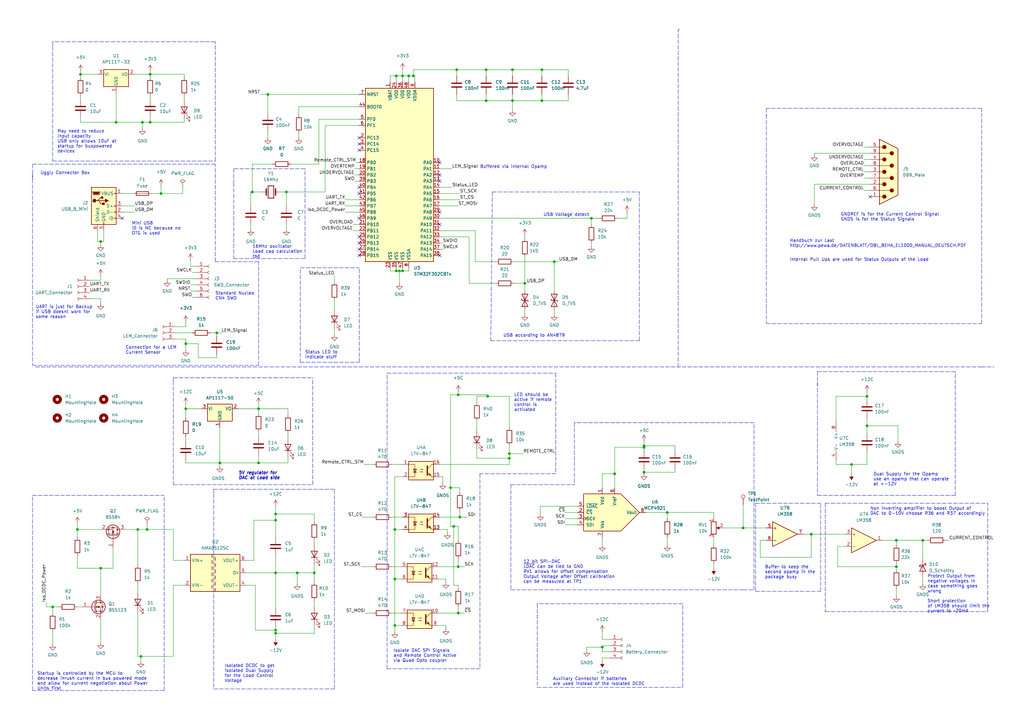
<source format=kicad_sch>
(kicad_sch (version 20211123) (generator eeschema)

  (uuid e63e39d7-6ac0-4ffd-8aa3-1841a4541b55)

  (paper "A3")

  (title_block
    (title "EL1000 Load Controller")
    (date "2023-02-01")
    (rev "1")
    (company "FaSTTUBe")
    (comment 1 "Author: Maximilian Mönikes")
  )

  

  (junction (at 161.925 237.49) (diameter 0) (color 0 0 0 0)
    (uuid 037b938d-7faf-4c5c-a90d-b1ec24d9aae0)
  )
  (junction (at 355.6 162.56) (diameter 0) (color 0 0 0 0)
    (uuid 040abbd3-3dcd-4108-9d3f-2e463fff75f1)
  )
  (junction (at 304.8 216.535) (diameter 0) (color 0 0 0 0)
    (uuid 064ef583-8823-4942-bd1d-b4e6b17f2bcd)
  )
  (junction (at 187.96 232.41) (diameter 0) (color 0 0 0 0)
    (uuid 07e5b2ce-d0e8-49b4-ad16-3985edafab88)
  )
  (junction (at 58.42 50.165) (diameter 0) (color 0 0 0 0)
    (uuid 07f9f1b5-3813-4df2-bbc3-1234d6922179)
  )
  (junction (at 215.265 116.205) (diameter 0) (color 0 0 0 0)
    (uuid 0ba566c4-1fc5-4e92-84fa-d3c3da133477)
  )
  (junction (at 61.595 30.48) (diameter 0) (color 0 0 0 0)
    (uuid 0c472c6f-4f48-421b-97d4-f6562da1ace8)
  )
  (junction (at 61.595 50.165) (diameter 0) (color 0 0 0 0)
    (uuid 0eed5003-d509-4a87-85b8-bfd4489a1b81)
  )
  (junction (at 162.56 111.125) (diameter 0) (color 0 0 0 0)
    (uuid 0f50dd5f-d876-4d43-ac7b-6e954bac87c9)
  )
  (junction (at 163.83 111.125) (diameter 0) (color 0 0 0 0)
    (uuid 0f6251ad-594f-4552-a68a-02c48c090358)
  )
  (junction (at 378.46 221.615) (diameter 0) (color 0 0 0 0)
    (uuid 1295be7c-b0d0-4670-a7f8-d8979b0215ad)
  )
  (junction (at 109.855 38.735) (diameter 0) (color 0 0 0 0)
    (uuid 1a23e731-c3ea-4a7d-a29d-f402b77e8694)
  )
  (junction (at 222.25 41.275) (diameter 0) (color 0 0 0 0)
    (uuid 1c40773f-c315-47be-88db-452d9bd48055)
  )
  (junction (at 264.16 183.515) (diameter 0) (color 0 0 0 0)
    (uuid 2557dc86-7083-48e1-be40-28201800b76c)
  )
  (junction (at 41.275 233.045) (diameter 0) (color 0 0 0 0)
    (uuid 25617268-f313-4721-a3c1-a5b69b6b671e)
  )
  (junction (at 199.39 41.275) (diameter 0) (color 0 0 0 0)
    (uuid 259e13a7-00e3-4fd5-9b1a-175ab068ac18)
  )
  (junction (at 208.915 186.055) (diameter 0) (color 0 0 0 0)
    (uuid 2dd41309-71e4-4b75-887a-1c6b948fcc08)
  )
  (junction (at 113.03 234.95) (diameter 0) (color 0 0 0 0)
    (uuid 2f3f4926-7d06-4ad4-8942-8d5cc52998d0)
  )
  (junction (at 117.475 78.74) (diameter 0) (color 0 0 0 0)
    (uuid 3174d928-75f6-4399-a814-30ad94111baf)
  )
  (junction (at 252.095 194.31) (diameter 0) (color 0 0 0 0)
    (uuid 321fefba-6143-4cc6-880d-745d89e54186)
  )
  (junction (at 242.57 89.535) (diameter 0) (color 0 0 0 0)
    (uuid 338f9c28-f21c-49c4-9630-0f224272ae9c)
  )
  (junction (at 33.02 30.48) (diameter 0) (color 0 0 0 0)
    (uuid 33c7e5a2-96ba-42f8-b14c-ad31f875500b)
  )
  (junction (at 208.915 187.96) (diameter 0) (color 0 0 0 0)
    (uuid 34b3ac6e-02fe-4efb-8262-9a4a0457f1e4)
  )
  (junction (at 167.64 31.115) (diameter 0) (color 0 0 0 0)
    (uuid 36ebfdee-150c-4c26-bc16-c40914feec6c)
  )
  (junction (at 188.595 212.09) (diameter 0) (color 0 0 0 0)
    (uuid 39430c5c-50aa-454c-9a27-409968214625)
  )
  (junction (at 210.185 41.275) (diameter 0) (color 0 0 0 0)
    (uuid 39f8895d-340b-4bed-9a5d-ef0da36a025d)
  )
  (junction (at 349.25 190.5) (diameter 0) (color 0 0 0 0)
    (uuid 42639df3-2bf5-4acd-b805-0e64c557c16f)
  )
  (junction (at 264.16 193.675) (diameter 0) (color 0 0 0 0)
    (uuid 48aad26d-233b-4f3d-b1e7-13abe4ae924d)
  )
  (junction (at 113.03 210.82) (diameter 0) (color 0 0 0 0)
    (uuid 48d790f2-cc66-4071-8647-980347bc5b35)
  )
  (junction (at 66.04 79.375) (diameter 0) (color 0 0 0 0)
    (uuid 4d32bd59-5760-4848-8dea-9c6cab913722)
  )
  (junction (at 169.545 31.115) (diameter 0) (color 0 0 0 0)
    (uuid 4fa94dfa-dea2-4dac-a5e1-69c5dea88b04)
  )
  (junction (at 165.1 111.125) (diameter 0) (color 0 0 0 0)
    (uuid 5041026a-8a32-4d9b-bbf9-e5553c0671c9)
  )
  (junction (at 367.665 221.615) (diameter 0) (color 0 0 0 0)
    (uuid 6124231b-b270-462b-813a-2eedf57db144)
  )
  (junction (at 199.39 28.575) (diameter 0) (color 0 0 0 0)
    (uuid 61936773-3a86-4ad7-a3f7-79fe42d4801c)
  )
  (junction (at 161.925 256.54) (diameter 0) (color 0 0 0 0)
    (uuid 674d446e-b96b-4cd7-99ec-2b8b9174a738)
  )
  (junction (at 57.785 269.24) (diameter 0) (color 0 0 0 0)
    (uuid 68aa199e-da2b-4f0b-86db-6cabe53407d4)
  )
  (junction (at 113.03 213.36) (diameter 0) (color 0 0 0 0)
    (uuid 6961fe68-1251-43b7-9dbd-e05d046baeb8)
  )
  (junction (at 165.1 31.115) (diameter 0) (color 0 0 0 0)
    (uuid 6f7517c1-4d43-49a9-9c6f-fbb7875f4197)
  )
  (junction (at 90.17 189.865) (diameter 0) (color 0 0 0 0)
    (uuid 7334752a-2268-4e73-a3be-8c0a8e93d0bf)
  )
  (junction (at 161.925 217.17) (diameter 0) (color 0 0 0 0)
    (uuid 77094780-72c5-4d41-86cd-de1b3ed32510)
  )
  (junction (at 187.325 28.575) (diameter 0) (color 0 0 0 0)
    (uuid 790c6da0-9b1a-43e4-8281-b75505d99a8e)
  )
  (junction (at 184.785 200.025) (diameter 0) (color 0 0 0 0)
    (uuid 84bdbd5e-341b-41a8-8efa-cac3bf870154)
  )
  (junction (at 210.185 28.575) (diameter 0) (color 0 0 0 0)
    (uuid 8a34399b-2671-4ed7-a967-9fc64a3e0306)
  )
  (junction (at 187.96 161.925) (diameter 0) (color 0 0 0 0)
    (uuid 949615f1-a8a2-48c9-9184-e0f5a9028072)
  )
  (junction (at 41.275 99.06) (diameter 0) (color 0 0 0 0)
    (uuid 9672ec83-6da9-4d65-aaa5-787acb7d20d8)
  )
  (junction (at 367.665 232.41) (diameter 0) (color 0 0 0 0)
    (uuid 98a6ea62-966d-4c80-a689-81c34636d142)
  )
  (junction (at 76.2 140.97) (diameter 0) (color 0 0 0 0)
    (uuid 9abcf829-e525-4b67-92a5-4d5be74e1ba7)
  )
  (junction (at 56.515 217.17) (diameter 0) (color 0 0 0 0)
    (uuid a511fca0-5dfd-4d6d-ab51-5c36f0bd8ab6)
  )
  (junction (at 332.74 219.075) (diameter 0) (color 0 0 0 0)
    (uuid a8688218-4507-4db4-af5a-ab4de5246392)
  )
  (junction (at 247.015 265.43) (diameter 0) (color 0 0 0 0)
    (uuid ab36126f-eb88-420b-a605-18ce959ad1f5)
  )
  (junction (at 76.2 167.64) (diameter 0) (color 0 0 0 0)
    (uuid af5d830d-8664-406a-b69a-7bade2578dab)
  )
  (junction (at 128.905 234.95) (diameter 0) (color 0 0 0 0)
    (uuid b2838871-721d-4b55-ae87-d304a6bfbff3)
  )
  (junction (at 187.96 251.46) (diameter 0) (color 0 0 0 0)
    (uuid b2b096e2-8c71-4621-8375-39d74af733aa)
  )
  (junction (at 121.92 234.95) (diameter 0) (color 0 0 0 0)
    (uuid bcde8ef5-87d1-4640-a650-fbd3fa0344a3)
  )
  (junction (at 106.045 189.865) (diameter 0) (color 0 0 0 0)
    (uuid bd9c570a-65c9-4fab-8349-4258f921a12d)
  )
  (junction (at 113.03 259.715) (diameter 0) (color 0 0 0 0)
    (uuid c3b5767a-f3ca-41ba-92e7-aaf6440b5f47)
  )
  (junction (at 88.9 136.525) (diameter 0) (color 0 0 0 0)
    (uuid cb1cdddd-9742-4c86-af7c-b9f662dcf9f9)
  )
  (junction (at 31.75 217.17) (diameter 0) (color 0 0 0 0)
    (uuid ce085a41-83ce-4321-8c18-6a1d50817569)
  )
  (junction (at 113.03 258.445) (diameter 0) (color 0 0 0 0)
    (uuid d7e61d7a-85bd-413d-ac04-b6ab4c4260bb)
  )
  (junction (at 186.055 215.9) (diameter 0) (color 0 0 0 0)
    (uuid d7f3f6e7-92d5-43a3-bbb8-3aadbdacc603)
  )
  (junction (at 60.325 217.17) (diameter 0) (color 0 0 0 0)
    (uuid dc106e08-39b6-4df7-9235-a853b1e55df7)
  )
  (junction (at 273.685 210.185) (diameter 0) (color 0 0 0 0)
    (uuid dedcf081-73fb-4d57-b87f-054984c98bd5)
  )
  (junction (at 200.025 162.56) (diameter 0) (color 0 0 0 0)
    (uuid e12f31a3-497a-4c81-acdd-13ac3c93cdc6)
  )
  (junction (at 222.25 28.575) (diameter 0) (color 0 0 0 0)
    (uuid e488798d-e32d-4020-9cba-958250c5ad71)
  )
  (junction (at 227.33 107.315) (diameter 0) (color 0 0 0 0)
    (uuid e4a67537-ae5a-44b4-8e2b-b4afb916fbb6)
  )
  (junction (at 21.59 248.92) (diameter 0) (color 0 0 0 0)
    (uuid ec6ca62b-eb9b-4ac1-9aea-a854fa6838aa)
  )
  (junction (at 103.505 78.74) (diameter 0) (color 0 0 0 0)
    (uuid edcfece7-8312-4119-bfc6-201c66bbba34)
  )
  (junction (at 264.16 182.88) (diameter 0) (color 0 0 0 0)
    (uuid f01dd5ee-d316-4a8b-8457-2d7832507a7a)
  )
  (junction (at 47.625 50.165) (diameter 0) (color 0 0 0 0)
    (uuid f5ab828d-112a-4ccf-9f15-506c0c3b7f5f)
  )
  (junction (at 162.56 31.115) (diameter 0) (color 0 0 0 0)
    (uuid f737c5fc-2c96-41d5-9938-642d38107b47)
  )
  (junction (at 355.6 174.625) (diameter 0) (color 0 0 0 0)
    (uuid f8daaa3d-98fe-4e32-8c03-f40eca41846a)
  )
  (junction (at 106.045 167.64) (diameter 0) (color 0 0 0 0)
    (uuid fd290320-2cba-4dae-a60e-a9b64c333842)
  )

  (no_connect (at 180.34 66.675) (uuid 0e090379-9ed4-42db-8b26-ded1ead3b85f))
  (no_connect (at 147.32 76.835) (uuid 3d11fc19-1dfd-435e-9cec-4cfb1dc704d3))
  (no_connect (at 147.32 79.375) (uuid 3d11fc19-1dfd-435e-9cec-4cfb1dc704d4))
  (no_connect (at 147.32 102.235) (uuid 3d11fc19-1dfd-435e-9cec-4cfb1dc704d5))
  (no_connect (at 147.32 89.535) (uuid 3d11fc19-1dfd-435e-9cec-4cfb1dc704d6))
  (no_connect (at 180.34 92.075) (uuid 3d11fc19-1dfd-435e-9cec-4cfb1dc704d7))
  (no_connect (at 180.34 104.775) (uuid 3d11fc19-1dfd-435e-9cec-4cfb1dc704d8))
  (no_connect (at 180.34 86.995) (uuid 3d11fc19-1dfd-435e-9cec-4cfb1dc704d9))
  (no_connect (at 147.32 97.155) (uuid 4fadec10-4bef-45b5-95f2-c5fd2c0e3f2b))
  (no_connect (at 147.32 99.695) (uuid 4fadec10-4bef-45b5-95f2-c5fd2c0e3f2c))
  (no_connect (at 147.32 104.775) (uuid 4fadec10-4bef-45b5-95f2-c5fd2c0e3f2d))
  (no_connect (at 180.34 74.295) (uuid 51eba0f2-71e2-4164-9756-422ab3def4e1))
  (no_connect (at 180.34 71.755) (uuid 51eba0f2-71e2-4164-9756-422ab3def4e2))
  (no_connect (at 356.87 80.645) (uuid 7982b0aa-ef8e-47f9-a2a9-295924d921de))
  (no_connect (at 147.32 56.515) (uuid 924e19b3-1651-452d-be0f-e3a3acd21fbf))
  (no_connect (at 147.32 59.055) (uuid 924e19b3-1651-452d-be0f-e3a3acd21fc0))
  (no_connect (at 147.32 61.595) (uuid 924e19b3-1651-452d-be0f-e3a3acd21fc1))
  (no_connect (at 50.165 89.535) (uuid a456a9b1-a2f9-4cd8-ad9d-783f9da83ad4))

  (wire (pts (xy 264.16 183.515) (xy 252.095 183.515))
    (stroke (width 0) (type default) (color 0 0 0 0))
    (uuid 00189a58-146c-4474-8f43-eb070d2aaa5b)
  )
  (wire (pts (xy 342.9 188.595) (xy 342.9 190.5))
    (stroke (width 0) (type default) (color 0 0 0 0))
    (uuid 00b000ab-9647-4f60-b5e0-3f4e77792147)
  )
  (wire (pts (xy 102.87 92.075) (xy 102.87 93.98))
    (stroke (width 0) (type default) (color 0 0 0 0))
    (uuid 01ef8742-6977-4f0e-847b-def53754a17d)
  )
  (wire (pts (xy 334.01 75.565) (xy 356.87 75.565))
    (stroke (width 0) (type default) (color 0 0 0 0))
    (uuid 02cfcace-e3c9-4ff8-9a7d-8c9ddff38412)
  )
  (wire (pts (xy 247.015 259.08) (xy 247.015 262.255))
    (stroke (width 0) (type default) (color 0 0 0 0))
    (uuid 02d17583-fc98-4c51-bcf5-b8819ea22048)
  )
  (wire (pts (xy 128.905 259.715) (xy 113.03 259.715))
    (stroke (width 0) (type default) (color 0 0 0 0))
    (uuid 02f085b6-0826-4f2a-98f6-7a02ad7f87d3)
  )
  (wire (pts (xy 21.59 251.46) (xy 21.59 248.92))
    (stroke (width 0) (type default) (color 0 0 0 0))
    (uuid 03165116-0f1d-4a78-b2bc-756dfc2f79be)
  )
  (wire (pts (xy 273.685 220.345) (xy 273.685 223.52))
    (stroke (width 0) (type default) (color 0 0 0 0))
    (uuid 04149053-8939-4786-86ae-1fbe5cacfa7a)
  )
  (wire (pts (xy 163.83 111.125) (xy 165.1 111.125))
    (stroke (width 0) (type default) (color 0 0 0 0))
    (uuid 04716587-a44e-418d-ba57-60afa7c0605e)
  )
  (wire (pts (xy 76.2 140.97) (xy 76.2 139.065))
    (stroke (width 0) (type default) (color 0 0 0 0))
    (uuid 04f81c9e-906c-48a6-9930-1ce399dc8857)
  )
  (wire (pts (xy 354.33 78.105) (xy 356.87 78.105))
    (stroke (width 0) (type default) (color 0 0 0 0))
    (uuid 0583e770-17e2-4ad0-b675-21fb2978b11e)
  )
  (wire (pts (xy 215.265 116.205) (xy 210.82 116.205))
    (stroke (width 0) (type default) (color 0 0 0 0))
    (uuid 058e130d-fca2-468b-9b64-7f4d46ef0fe8)
  )
  (wire (pts (xy 264.16 182.88) (xy 276.86 182.88))
    (stroke (width 0) (type default) (color 0 0 0 0))
    (uuid 06e6fce2-b6f9-4a09-ba8d-1fa3051642ee)
  )
  (wire (pts (xy 149.225 190.5) (xy 153.035 190.5))
    (stroke (width 0) (type default) (color 0 0 0 0))
    (uuid 070e123d-56ab-411a-bf36-5af3cb494681)
  )
  (wire (pts (xy 76.2 179.07) (xy 76.2 180.975))
    (stroke (width 0) (type default) (color 0 0 0 0))
    (uuid 073d2d2b-da7d-4a88-b4c1-114ab50ea96e)
  )
  (polyline (pts (xy 338.455 250.825) (xy 405.13 250.825))
    (stroke (width 0) (type default) (color 0 0 0 0))
    (uuid 0894092d-5cf3-4d03-82ce-7eb0b26cd940)
  )
  (polyline (pts (xy 95.885 106.045) (xy 125.095 106.045))
    (stroke (width 0) (type default) (color 0 0 0 0))
    (uuid 08c68a7d-ad03-4abf-adb0-db9bfaafb25d)
  )
  (polyline (pts (xy 309.245 241.935) (xy 309.245 173.355))
    (stroke (width 0) (type default) (color 0 0 0 0))
    (uuid 08d9d148-585d-41a8-83bd-853c4f775fc1)
  )

  (wire (pts (xy 55.245 86.995) (xy 50.165 86.995))
    (stroke (width 0) (type default) (color 0 0 0 0))
    (uuid 090422ac-de2d-4cf7-888e-bb220c5f2e88)
  )
  (wire (pts (xy 40.005 94.615) (xy 40.005 99.06))
    (stroke (width 0) (type default) (color 0 0 0 0))
    (uuid 0918231c-f038-46e0-bd63-c56f3ac9c2b3)
  )
  (wire (pts (xy 210.185 41.275) (xy 210.185 45.085))
    (stroke (width 0) (type default) (color 0 0 0 0))
    (uuid 091b6bec-f795-46dc-a989-51ef2874bced)
  )
  (wire (pts (xy 160.655 190.5) (xy 165.1 190.5))
    (stroke (width 0) (type default) (color 0 0 0 0))
    (uuid 094c0f60-1c2b-4c0f-82b0-85096f7ce829)
  )
  (wire (pts (xy 60.325 214.63) (xy 60.325 217.17))
    (stroke (width 0) (type default) (color 0 0 0 0))
    (uuid 09aea718-00a5-4f5e-9ac4-1baeb3cc9bed)
  )
  (wire (pts (xy 233.045 31.115) (xy 233.045 28.575))
    (stroke (width 0) (type default) (color 0 0 0 0))
    (uuid 09bdd889-23d4-4d43-b5b1-1363e0ff5b77)
  )
  (wire (pts (xy 180.34 69.215) (xy 185.42 69.215))
    (stroke (width 0) (type default) (color 0 0 0 0))
    (uuid 0a002292-1ee6-4857-9b04-b4c2cb6e7715)
  )
  (wire (pts (xy 354.33 67.945) (xy 356.87 67.945))
    (stroke (width 0) (type default) (color 0 0 0 0))
    (uuid 0a5f9f2f-0551-48f7-8c3d-34fcde474c14)
  )
  (wire (pts (xy 203.2 107.315) (xy 194.945 107.315))
    (stroke (width 0) (type default) (color 0 0 0 0))
    (uuid 0a7cb4c2-91e5-4eb2-a2c3-89c59b88931e)
  )
  (polyline (pts (xy 220.345 247.65) (xy 220.345 252.73))
    (stroke (width 0) (type default) (color 0 0 0 0))
    (uuid 0c467909-d5b3-463c-8c0d-b4ac61928d2f)
  )

  (wire (pts (xy 33.02 29.21) (xy 33.02 30.48))
    (stroke (width 0) (type default) (color 0 0 0 0))
    (uuid 0c7216ba-319e-4194-b5f7-92d3b4713837)
  )
  (wire (pts (xy 76.2 133.985) (xy 71.755 133.985))
    (stroke (width 0) (type default) (color 0 0 0 0))
    (uuid 0dae93d9-f16c-45e6-955e-aac9d75f985f)
  )
  (wire (pts (xy 187.96 251.46) (xy 190.5 251.46))
    (stroke (width 0) (type default) (color 0 0 0 0))
    (uuid 0e22da28-b72d-48f7-b6ba-61ea56ab31c0)
  )
  (wire (pts (xy 31.75 217.17) (xy 31.75 220.345))
    (stroke (width 0) (type default) (color 0 0 0 0))
    (uuid 0e2a06e4-cc58-4232-9eb1-d0f4b74d3202)
  )
  (wire (pts (xy 355.6 190.5) (xy 355.6 185.42))
    (stroke (width 0) (type default) (color 0 0 0 0))
    (uuid 0e53a89e-3ee1-42af-84ff-3394fd4f8612)
  )
  (polyline (pts (xy 227.965 153.035) (xy 227.965 194.31))
    (stroke (width 0) (type default) (color 0 0 0 0))
    (uuid 0f4021c3-1ff9-409a-90c4-e51d6ac0efbd)
  )
  (polyline (pts (xy 278.13 150.495) (xy 278.13 12.065))
    (stroke (width 0) (type default) (color 0 0 0 0))
    (uuid 0f852ed9-1650-405a-a70f-773796c3eb1a)
  )

  (wire (pts (xy 180.34 212.09) (xy 188.595 212.09))
    (stroke (width 0) (type default) (color 0 0 0 0))
    (uuid 107ee38e-2629-4f16-a12e-c725642389dd)
  )
  (wire (pts (xy 161.925 259.08) (xy 161.925 256.54))
    (stroke (width 0) (type default) (color 0 0 0 0))
    (uuid 116ea680-d9fd-4a8c-948e-783c27f27f00)
  )
  (wire (pts (xy 247.015 194.31) (xy 252.095 194.31))
    (stroke (width 0) (type default) (color 0 0 0 0))
    (uuid 12da6ff8-f5e0-428e-8887-faf6805d7195)
  )
  (polyline (pts (xy 158.75 153.035) (xy 227.965 153.035))
    (stroke (width 0) (type default) (color 0 0 0 0))
    (uuid 132e3e72-8d92-42a5-94d4-440ebf14050b)
  )
  (polyline (pts (xy 280.035 247.65) (xy 220.345 247.65))
    (stroke (width 0) (type default) (color 0 0 0 0))
    (uuid 13c41212-68b2-41c4-8573-08b2566014cd)
  )

  (wire (pts (xy 349.25 190.5) (xy 355.6 190.5))
    (stroke (width 0) (type default) (color 0 0 0 0))
    (uuid 13c48f74-335c-4c96-8d79-196e565548f2)
  )
  (wire (pts (xy 33.02 39.37) (xy 33.02 40.64))
    (stroke (width 0) (type default) (color 0 0 0 0))
    (uuid 155b68c2-3ce0-4c5b-98f6-f842c825c811)
  )
  (wire (pts (xy 128.905 221.615) (xy 128.905 223.52))
    (stroke (width 0) (type default) (color 0 0 0 0))
    (uuid 156fbacf-c0cf-4a9c-a0a9-16e871bf12c9)
  )
  (wire (pts (xy 113.03 257.175) (xy 113.03 258.445))
    (stroke (width 0) (type default) (color 0 0 0 0))
    (uuid 1586417e-2cc9-4a64-80b3-0df7ac615f47)
  )
  (wire (pts (xy 187.96 240.03) (xy 187.96 241.3))
    (stroke (width 0) (type default) (color 0 0 0 0))
    (uuid 16381741-52cb-4307-9771-9b947d53f24b)
  )
  (wire (pts (xy 57.785 269.24) (xy 56.515 269.24))
    (stroke (width 0) (type default) (color 0 0 0 0))
    (uuid 165dbdf7-91b5-42e7-a9b5-bcd4e9cdc449)
  )
  (wire (pts (xy 180.34 190.5) (xy 208.915 190.5))
    (stroke (width 0) (type default) (color 0 0 0 0))
    (uuid 169e07b4-980d-41cd-80ea-d59a1d49297d)
  )
  (wire (pts (xy 210.82 107.315) (xy 227.33 107.315))
    (stroke (width 0) (type default) (color 0 0 0 0))
    (uuid 16b01f96-a346-444a-a6e9-16de2838e861)
  )
  (polyline (pts (xy 88.265 67.31) (xy 13.335 67.31))
    (stroke (width 0) (type default) (color 0 0 0 0))
    (uuid 17d32e3a-0f05-463b-9bc7-7837643699d1)
  )

  (wire (pts (xy 103.505 67.31) (xy 103.505 78.74))
    (stroke (width 0) (type default) (color 0 0 0 0))
    (uuid 187a571b-391f-4735-8608-0ce00f0d2d80)
  )
  (polyline (pts (xy 338.455 206.375) (xy 405.13 206.375))
    (stroke (width 0) (type default) (color 0 0 0 0))
    (uuid 18b7182e-1824-4652-acab-03b7505714a0)
  )

  (wire (pts (xy 264.16 192.405) (xy 264.16 193.675))
    (stroke (width 0) (type default) (color 0 0 0 0))
    (uuid 1919dcd4-db1f-4606-a2f2-7454a9983737)
  )
  (wire (pts (xy 68.58 114.3) (xy 80.645 114.3))
    (stroke (width 0) (type default) (color 0 0 0 0))
    (uuid 19650967-5f49-47d0-a2cd-48d2573edbb9)
  )
  (wire (pts (xy 182.88 238.76) (xy 182.88 237.49))
    (stroke (width 0) (type default) (color 0 0 0 0))
    (uuid 19b15a32-3989-416c-9e31-ae345332d235)
  )
  (wire (pts (xy 162.56 31.115) (xy 165.1 31.115))
    (stroke (width 0) (type default) (color 0 0 0 0))
    (uuid 1b1d92c2-b8db-4c22-9a6d-dd88eaa155d7)
  )
  (wire (pts (xy 128.905 231.14) (xy 128.905 234.95))
    (stroke (width 0) (type default) (color 0 0 0 0))
    (uuid 1b49fbb9-167f-43ae-87ca-11ac871684dc)
  )
  (wire (pts (xy 55.245 84.455) (xy 50.165 84.455))
    (stroke (width 0) (type default) (color 0 0 0 0))
    (uuid 1b6c3810-6ff6-4569-990e-3725ff8cb5a0)
  )
  (wire (pts (xy 378.46 236.855) (xy 378.46 239.395))
    (stroke (width 0) (type default) (color 0 0 0 0))
    (uuid 1bcdcf7f-f175-484a-ba98-d7aefa445f06)
  )
  (wire (pts (xy 199.39 41.275) (xy 199.39 38.735))
    (stroke (width 0) (type default) (color 0 0 0 0))
    (uuid 1e76e978-f957-40c0-bfb3-aaa084b976c8)
  )
  (wire (pts (xy 66.04 79.375) (xy 74.93 79.375))
    (stroke (width 0) (type default) (color 0 0 0 0))
    (uuid 1e82c0ab-8d05-4017-882a-c4ad80cf3588)
  )
  (wire (pts (xy 203.2 116.205) (xy 192.405 116.205))
    (stroke (width 0) (type default) (color 0 0 0 0))
    (uuid 1f66461a-5769-43a9-a0eb-170ee55c8a93)
  )
  (polyline (pts (xy 314.325 132.715) (xy 402.59 132.715))
    (stroke (width 0) (type default) (color 0 0 0 0))
    (uuid 1f758c35-fa4c-46c6-9f49-97f38530d68a)
  )

  (wire (pts (xy 292.735 231.14) (xy 292.735 233.045))
    (stroke (width 0) (type default) (color 0 0 0 0))
    (uuid 2045f274-3535-43a3-be02-614fbc86e99d)
  )
  (polyline (pts (xy 209.55 198.755) (xy 235.585 198.755))
    (stroke (width 0) (type default) (color 0 0 0 0))
    (uuid 20facf32-650a-4d57-bdea-c66ea3f46e45)
  )

  (wire (pts (xy 147.32 51.435) (xy 133.35 51.435))
    (stroke (width 0) (type default) (color 0 0 0 0))
    (uuid 2198a794-b412-4354-898d-d1dca895dc70)
  )
  (wire (pts (xy 184.785 161.925) (xy 184.785 200.025))
    (stroke (width 0) (type default) (color 0 0 0 0))
    (uuid 236bd7c7-08ce-445f-b929-6450ef803da3)
  )
  (wire (pts (xy 46.355 233.045) (xy 46.355 224.79))
    (stroke (width 0) (type default) (color 0 0 0 0))
    (uuid 24586552-7383-4aa4-8315-dc695fd8a5c9)
  )
  (wire (pts (xy 184.785 200.025) (xy 188.595 200.025))
    (stroke (width 0) (type default) (color 0 0 0 0))
    (uuid 24d0a74c-e0a8-4309-80bd-e70acf49650f)
  )
  (polyline (pts (xy 71.12 198.755) (xy 128.27 198.755))
    (stroke (width 0) (type default) (color 0 0 0 0))
    (uuid 25d5dd28-8b3c-4efe-a3d2-38c1e7b24177)
  )

  (wire (pts (xy 104.775 258.445) (xy 113.03 258.445))
    (stroke (width 0) (type default) (color 0 0 0 0))
    (uuid 26bb363a-bb73-4c49-941d-42cc115680f6)
  )
  (wire (pts (xy 210.185 41.275) (xy 199.39 41.275))
    (stroke (width 0) (type default) (color 0 0 0 0))
    (uuid 27448ab6-bbfe-443e-af73-633c7b7ff1ad)
  )
  (wire (pts (xy 188.595 212.09) (xy 191.77 212.09))
    (stroke (width 0) (type default) (color 0 0 0 0))
    (uuid 274d866f-68a3-4ac8-9d34-ef78ded90706)
  )
  (polyline (pts (xy 128.27 198.755) (xy 128.27 154.94))
    (stroke (width 0) (type default) (color 0 0 0 0))
    (uuid 2758a6ac-f07f-4e7c-83ad-7d9a34e4f2bd)
  )

  (wire (pts (xy 128.905 256.54) (xy 128.905 259.715))
    (stroke (width 0) (type default) (color 0 0 0 0))
    (uuid 27999bbb-f00b-4d82-b1a1-d54413978035)
  )
  (wire (pts (xy 130.81 48.895) (xy 147.32 48.895))
    (stroke (width 0) (type default) (color 0 0 0 0))
    (uuid 2955e320-0de9-4461-91ea-4f53e9cfca1d)
  )
  (polyline (pts (xy 87.63 202.565) (xy 87.63 282.575))
    (stroke (width 0) (type default) (color 0 0 0 0))
    (uuid 299eee76-f7fc-4f84-9fd6-8bfb9ac35c67)
  )

  (wire (pts (xy 188.595 200.025) (xy 188.595 201.93))
    (stroke (width 0) (type default) (color 0 0 0 0))
    (uuid 2a19dda5-eefe-464a-8e52-296e853ed39d)
  )
  (wire (pts (xy 78.105 116.84) (xy 80.645 116.84))
    (stroke (width 0) (type default) (color 0 0 0 0))
    (uuid 2a51f7b9-d167-4345-b0ea-6cb093181655)
  )
  (wire (pts (xy 145.415 71.755) (xy 147.32 71.755))
    (stroke (width 0) (type default) (color 0 0 0 0))
    (uuid 2a7ea276-38c8-4a8f-8350-9b2acdd6f43e)
  )
  (wire (pts (xy 121.92 239.395) (xy 121.92 234.95))
    (stroke (width 0) (type default) (color 0 0 0 0))
    (uuid 2a87897a-d3ad-4830-9b84-ecfa51062e1b)
  )
  (polyline (pts (xy 336.55 242.57) (xy 336.55 206.375))
    (stroke (width 0) (type default) (color 0 0 0 0))
    (uuid 2ac6cf89-de8c-4a3f-903b-0172e7221d3b)
  )
  (polyline (pts (xy 71.12 156.21) (xy 71.12 198.755))
    (stroke (width 0) (type default) (color 0 0 0 0))
    (uuid 2bef0d5b-5efd-49ab-92df-9eb02935daf3)
  )

  (wire (pts (xy 113.03 210.82) (xy 113.03 213.36))
    (stroke (width 0) (type default) (color 0 0 0 0))
    (uuid 2c594747-46fe-4630-8042-eb2d2e8ef7f1)
  )
  (wire (pts (xy 160.02 111.125) (xy 160.02 109.855))
    (stroke (width 0) (type default) (color 0 0 0 0))
    (uuid 2d145cb5-1be0-477e-992b-b0e3ad13d954)
  )
  (polyline (pts (xy 88.265 66.04) (xy 88.265 17.145))
    (stroke (width 0) (type default) (color 0 0 0 0))
    (uuid 2ee67714-a89a-4264-85b9-dcc058f449e1)
  )

  (wire (pts (xy 71.12 229.87) (xy 71.12 217.17))
    (stroke (width 0) (type default) (color 0 0 0 0))
    (uuid 2f81d6f5-9a51-4031-ba7d-312bc445e559)
  )
  (wire (pts (xy 200.025 162.56) (xy 208.915 162.56))
    (stroke (width 0) (type default) (color 0 0 0 0))
    (uuid 305a789e-cf91-493f-88b0-576c33be1cbf)
  )
  (wire (pts (xy 71.12 240.03) (xy 71.12 269.24))
    (stroke (width 0) (type default) (color 0 0 0 0))
    (uuid 31427395-10ed-410b-8b05-9a2577e1a429)
  )
  (wire (pts (xy 167.64 31.115) (xy 167.64 33.655))
    (stroke (width 0) (type default) (color 0 0 0 0))
    (uuid 31a4ed14-aeae-4da4-9fa2-e96896dedc51)
  )
  (wire (pts (xy 61.595 50.165) (xy 61.595 48.26))
    (stroke (width 0) (type default) (color 0 0 0 0))
    (uuid 31ed39f4-d15b-4f63-b8b8-130c5b69ff15)
  )
  (wire (pts (xy 329.565 219.075) (xy 332.74 219.075))
    (stroke (width 0) (type default) (color 0 0 0 0))
    (uuid 3382695d-d188-4575-ad2d-0d366c5adfcd)
  )
  (polyline (pts (xy 309.88 206.375) (xy 336.55 206.375))
    (stroke (width 0) (type default) (color 0 0 0 0))
    (uuid 33d9b68d-9f3a-4c2f-b6d1-9f0d3052f3e9)
  )

  (wire (pts (xy 355.6 162.56) (xy 342.9 162.56))
    (stroke (width 0) (type default) (color 0 0 0 0))
    (uuid 35c6a94a-87eb-484d-9079-248cf4c61235)
  )
  (polyline (pts (xy 88.265 107.315) (xy 88.265 67.31))
    (stroke (width 0) (type default) (color 0 0 0 0))
    (uuid 3614845c-3d30-4666-8095-91086ee7dfe4)
  )

  (wire (pts (xy 68.58 114.935) (xy 68.58 114.3))
    (stroke (width 0) (type default) (color 0 0 0 0))
    (uuid 3656b8c6-986a-4871-b3cb-406cacb9c9c4)
  )
  (wire (pts (xy 103.505 78.74) (xy 107.315 78.74))
    (stroke (width 0) (type default) (color 0 0 0 0))
    (uuid 37173e9e-ba91-45f4-a996-aff8752e50fc)
  )
  (wire (pts (xy 169.545 28.575) (xy 187.325 28.575))
    (stroke (width 0) (type default) (color 0 0 0 0))
    (uuid 377a14b2-2bd6-49e3-82b1-7abd6141afe4)
  )
  (wire (pts (xy 215.265 116.205) (xy 215.9 116.205))
    (stroke (width 0) (type default) (color 0 0 0 0))
    (uuid 386b11d1-5f7e-45b6-9393-1ffd09d47777)
  )
  (wire (pts (xy 187.96 229.235) (xy 187.96 232.41))
    (stroke (width 0) (type default) (color 0 0 0 0))
    (uuid 38759164-92bf-4dfe-b8a9-2f922a27d7a3)
  )
  (wire (pts (xy 215.265 105.41) (xy 215.265 116.205))
    (stroke (width 0) (type default) (color 0 0 0 0))
    (uuid 39350619-9c6c-4437-b7d8-6caebb4dee73)
  )
  (polyline (pts (xy 262.255 139.7) (xy 262.255 78.74))
    (stroke (width 0) (type default) (color 0 0 0 0))
    (uuid 39ef25ac-c0b6-409e-99a3-9754a6329c15)
  )

  (wire (pts (xy 113.03 210.82) (xy 128.905 210.82))
    (stroke (width 0) (type default) (color 0 0 0 0))
    (uuid 39feaacd-4e18-4d52-87fe-12777833bdf9)
  )
  (wire (pts (xy 122.555 54.61) (xy 122.555 56.515))
    (stroke (width 0) (type default) (color 0 0 0 0))
    (uuid 3adcddba-2d00-4a77-a7d7-16f1fa3f00be)
  )
  (wire (pts (xy 264.16 193.675) (xy 276.86 193.675))
    (stroke (width 0) (type default) (color 0 0 0 0))
    (uuid 3af3a6fe-88d3-43bc-a722-3bb7cb5f1bd1)
  )
  (wire (pts (xy 252.095 194.31) (xy 252.095 200.025))
    (stroke (width 0) (type default) (color 0 0 0 0))
    (uuid 3b01fcfe-a7ae-481e-9f63-c0f30b1d62e7)
  )
  (wire (pts (xy 208.915 182.88) (xy 208.915 186.055))
    (stroke (width 0) (type default) (color 0 0 0 0))
    (uuid 3b92d0c4-8343-4fcc-9a1e-03076cda690e)
  )
  (wire (pts (xy 81.28 146.685) (xy 81.28 140.97))
    (stroke (width 0) (type default) (color 0 0 0 0))
    (uuid 3c71260c-a8f1-442c-a795-1d2eabdfa560)
  )
  (wire (pts (xy 66.04 76.2) (xy 66.04 79.375))
    (stroke (width 0) (type default) (color 0 0 0 0))
    (uuid 3c80eb10-813c-4d87-890b-f00c68af4333)
  )
  (wire (pts (xy 137.16 123.19) (xy 137.16 127))
    (stroke (width 0) (type default) (color 0 0 0 0))
    (uuid 3d2da653-1d1e-4d18-b3b9-2bafc11a3e49)
  )
  (wire (pts (xy 137.16 134.62) (xy 137.16 137.16))
    (stroke (width 0) (type default) (color 0 0 0 0))
    (uuid 3e04c656-f065-4437-9e69-3fc0faa3a9c5)
  )
  (wire (pts (xy 76.2 167.64) (xy 76.2 171.45))
    (stroke (width 0) (type default) (color 0 0 0 0))
    (uuid 3e0f9a15-2f71-4c72-b8f4-501329dcd900)
  )
  (wire (pts (xy 208.915 162.56) (xy 208.915 175.26))
    (stroke (width 0) (type default) (color 0 0 0 0))
    (uuid 3e3dfa1a-25e7-4eb5-88d0-02b80010c324)
  )
  (wire (pts (xy 145.415 69.215) (xy 147.32 69.215))
    (stroke (width 0) (type default) (color 0 0 0 0))
    (uuid 3eb78a03-534c-4e6f-99c9-c9fd31f785c7)
  )
  (wire (pts (xy 276.86 193.675) (xy 276.86 192.405))
    (stroke (width 0) (type default) (color 0 0 0 0))
    (uuid 3ec0f0e5-d5aa-4fc5-9414-7d6f0fc04282)
  )
  (wire (pts (xy 367.665 232.41) (xy 367.665 233.68))
    (stroke (width 0) (type default) (color 0 0 0 0))
    (uuid 3eef7fcb-0acd-4549-9b4f-66e6036326e0)
  )
  (wire (pts (xy 160.02 31.115) (xy 162.56 31.115))
    (stroke (width 0) (type default) (color 0 0 0 0))
    (uuid 3f791c88-1ce8-4e25-b812-9e453779091b)
  )
  (wire (pts (xy 273.685 210.185) (xy 273.685 212.725))
    (stroke (width 0) (type default) (color 0 0 0 0))
    (uuid 3fb3c643-5645-4a16-a78d-9cffa04fb8a5)
  )
  (wire (pts (xy 41.275 254) (xy 41.275 263.525))
    (stroke (width 0) (type default) (color 0 0 0 0))
    (uuid 40ef14d2-f948-4aa1-ac02-5430fee6378d)
  )
  (wire (pts (xy 367.665 241.3) (xy 367.665 244.475))
    (stroke (width 0) (type default) (color 0 0 0 0))
    (uuid 4135e00d-3c98-47b6-a882-2b2de7808f7b)
  )
  (wire (pts (xy 160.02 31.115) (xy 160.02 33.655))
    (stroke (width 0) (type default) (color 0 0 0 0))
    (uuid 42a98085-6f4f-450d-8ff0-b5f8a7ec8712)
  )
  (wire (pts (xy 257.175 86.995) (xy 257.175 89.535))
    (stroke (width 0) (type default) (color 0 0 0 0))
    (uuid 432c82c4-9be5-4932-9661-032493837f8a)
  )
  (wire (pts (xy 61.595 29.21) (xy 61.595 30.48))
    (stroke (width 0) (type default) (color 0 0 0 0))
    (uuid 4342d5db-3e6b-47a9-9d9b-07d61a229a78)
  )
  (wire (pts (xy 165.1 31.115) (xy 165.1 33.655))
    (stroke (width 0) (type default) (color 0 0 0 0))
    (uuid 437e85ba-ae7f-4ed0-9fc9-8ac0e7991c2d)
  )
  (wire (pts (xy 355.6 160.655) (xy 355.6 162.56))
    (stroke (width 0) (type default) (color 0 0 0 0))
    (uuid 43881632-a311-4064-9a4f-4d20ff8fdfe4)
  )
  (wire (pts (xy 160.655 232.41) (xy 164.465 232.41))
    (stroke (width 0) (type default) (color 0 0 0 0))
    (uuid 43b9fffc-f297-4e5c-99d0-63ab6c446a07)
  )
  (wire (pts (xy 276.86 184.785) (xy 276.86 182.88))
    (stroke (width 0) (type default) (color 0 0 0 0))
    (uuid 43ea9857-57ca-4bba-bd4b-f347255a4c80)
  )
  (wire (pts (xy 195.58 187.96) (xy 208.915 187.96))
    (stroke (width 0) (type default) (color 0 0 0 0))
    (uuid 441ad9d9-97e2-4d1f-9fbe-c154d572de0b)
  )
  (wire (pts (xy 76.2 167.64) (xy 82.55 167.64))
    (stroke (width 0) (type default) (color 0 0 0 0))
    (uuid 442ce0e2-f0c3-400f-a35f-7b00542df987)
  )
  (wire (pts (xy 187.96 160.655) (xy 187.96 161.925))
    (stroke (width 0) (type default) (color 0 0 0 0))
    (uuid 444ccccf-6cdc-459d-ac8a-c275d6c6c015)
  )
  (polyline (pts (xy 227.965 194.31) (xy 196.85 194.31))
    (stroke (width 0) (type default) (color 0 0 0 0))
    (uuid 44e29e83-b226-4abc-9bd0-c73de3969652)
  )
  (polyline (pts (xy 209.55 198.755) (xy 209.55 241.935))
    (stroke (width 0) (type default) (color 0 0 0 0))
    (uuid 457dfa28-663b-41dc-849d-e5b49a39894e)
  )

  (wire (pts (xy 41.275 113.03) (xy 41.275 114.935))
    (stroke (width 0) (type default) (color 0 0 0 0))
    (uuid 4650e3d1-fee3-491d-bf69-596668884832)
  )
  (polyline (pts (xy 196.85 194.31) (xy 196.85 274.32))
    (stroke (width 0) (type default) (color 0 0 0 0))
    (uuid 46a76afe-38f5-48af-a813-697ef0ef8368)
  )
  (polyline (pts (xy 335.28 152.4) (xy 335.28 158.115))
    (stroke (width 0) (type default) (color 0 0 0 0))
    (uuid 46c2a9c6-ed2d-4f38-81f0-7ae154ba1946)
  )

  (wire (pts (xy 187.96 161.925) (xy 184.785 161.925))
    (stroke (width 0) (type default) (color 0 0 0 0))
    (uuid 46f6e980-8dfa-4b96-ba06-cd0c1b20bfe9)
  )
  (wire (pts (xy 215.265 127) (xy 215.265 128.905))
    (stroke (width 0) (type default) (color 0 0 0 0))
    (uuid 46f7f8c4-48a1-4c78-b885-23f0e351257a)
  )
  (wire (pts (xy 354.33 73.025) (xy 356.87 73.025))
    (stroke (width 0) (type default) (color 0 0 0 0))
    (uuid 4845f7a6-c463-4580-b93c-913e05be62b5)
  )
  (wire (pts (xy 199.39 31.115) (xy 199.39 28.575))
    (stroke (width 0) (type default) (color 0 0 0 0))
    (uuid 48529f0c-e238-4cdc-9af4-57b4d01b4072)
  )
  (wire (pts (xy 42.545 94.615) (xy 42.545 99.06))
    (stroke (width 0) (type default) (color 0 0 0 0))
    (uuid 488b7a27-5928-4888-bda2-aa241c4b56aa)
  )
  (wire (pts (xy 41.275 122.555) (xy 36.83 122.555))
    (stroke (width 0) (type default) (color 0 0 0 0))
    (uuid 48b16e4f-56da-4bb0-8dda-c6baa88222cb)
  )
  (wire (pts (xy 389.255 221.615) (xy 387.985 221.615))
    (stroke (width 0) (type default) (color 0 0 0 0))
    (uuid 48c3bb75-9dc6-45ab-89c4-477ba17d8661)
  )
  (wire (pts (xy 227.33 127) (xy 227.33 128.905))
    (stroke (width 0) (type default) (color 0 0 0 0))
    (uuid 48f1a643-f154-4980-939b-f26ceba0ad0d)
  )
  (polyline (pts (xy 106.045 107.315) (xy 88.265 107.315))
    (stroke (width 0) (type default) (color 0 0 0 0))
    (uuid 49fdf9e8-3707-4c49-be14-0665bed7c869)
  )

  (wire (pts (xy 195.58 165.1) (xy 195.58 162.56))
    (stroke (width 0) (type default) (color 0 0 0 0))
    (uuid 4a6dd94d-9585-44d7-958a-52292b1c35e6)
  )
  (polyline (pts (xy 137.16 200.66) (xy 87.63 200.66))
    (stroke (width 0) (type default) (color 0 0 0 0))
    (uuid 4a7384ae-6b73-4dc5-a347-c0bb7778f9af)
  )

  (wire (pts (xy 187.96 161.925) (xy 200.025 161.925))
    (stroke (width 0) (type default) (color 0 0 0 0))
    (uuid 4b06be21-9681-4967-b085-827b71e3cfdb)
  )
  (wire (pts (xy 33.02 30.48) (xy 33.02 31.75))
    (stroke (width 0) (type default) (color 0 0 0 0))
    (uuid 4b5924b1-b80c-4afd-8fd5-6d7d6183a584)
  )
  (wire (pts (xy 160.02 111.125) (xy 162.56 111.125))
    (stroke (width 0) (type default) (color 0 0 0 0))
    (uuid 4bcc5ae1-145e-46d7-92d5-d611a1d6baf6)
  )
  (wire (pts (xy 160.655 251.46) (xy 164.465 251.46))
    (stroke (width 0) (type default) (color 0 0 0 0))
    (uuid 4be96c5f-744d-49f8-b82d-6f4e13c3a1be)
  )
  (wire (pts (xy 106.045 165.735) (xy 106.045 167.64))
    (stroke (width 0) (type default) (color 0 0 0 0))
    (uuid 4ca277b3-4b0c-4bad-8332-c23c1e5c9741)
  )
  (wire (pts (xy 161.925 217.17) (xy 161.925 195.58))
    (stroke (width 0) (type default) (color 0 0 0 0))
    (uuid 4cf34cd5-b6b7-4752-b56e-4e34aafcca90)
  )
  (wire (pts (xy 56.515 231.775) (xy 56.515 217.17))
    (stroke (width 0) (type default) (color 0 0 0 0))
    (uuid 4de21628-bdfc-4551-a6de-0b1a9f0648b3)
  )
  (wire (pts (xy 247.015 271.145) (xy 247.015 269.875))
    (stroke (width 0) (type default) (color 0 0 0 0))
    (uuid 4e552e12-cc61-454d-9c03-99af94374dcc)
  )
  (polyline (pts (xy 88.265 17.145) (xy 21.59 17.145))
    (stroke (width 0) (type default) (color 0 0 0 0))
    (uuid 4eafb2db-eb7c-4614-8b32-d67b281e77b3)
  )

  (wire (pts (xy 367.665 221.615) (xy 378.46 221.615))
    (stroke (width 0) (type default) (color 0 0 0 0))
    (uuid 4f31cd64-9926-489f-aebd-a9f325d926f2)
  )
  (wire (pts (xy 349.25 190.5) (xy 349.25 194.31))
    (stroke (width 0) (type default) (color 0 0 0 0))
    (uuid 516237f8-d50f-4738-900f-96277d0c32fa)
  )
  (wire (pts (xy 62.23 79.375) (xy 66.04 79.375))
    (stroke (width 0) (type default) (color 0 0 0 0))
    (uuid 516cb31d-f805-46f4-b39f-85c1113f2ec6)
  )
  (wire (pts (xy 145.415 74.295) (xy 147.32 74.295))
    (stroke (width 0) (type default) (color 0 0 0 0))
    (uuid 51fed3c6-68af-4369-aac3-f35c31f96a0b)
  )
  (wire (pts (xy 210.185 28.575) (xy 222.25 28.575))
    (stroke (width 0) (type default) (color 0 0 0 0))
    (uuid 525c9335-a3dc-4e05-b662-15ae2d5ce589)
  )
  (polyline (pts (xy 335.28 203.2) (xy 391.795 203.2))
    (stroke (width 0) (type default) (color 0 0 0 0))
    (uuid 52fba482-ccf4-4ed4-8125-b6abb7c0feb2)
  )
  (polyline (pts (xy 67.31 283.21) (xy 13.335 283.21))
    (stroke (width 0) (type default) (color 0 0 0 0))
    (uuid 531b8a95-fea8-466d-b9e8-bf5d06d92784)
  )

  (wire (pts (xy 240.665 265.43) (xy 247.015 265.43))
    (stroke (width 0) (type default) (color 0 0 0 0))
    (uuid 545fe763-3619-4798-bcac-5a513d29b80a)
  )
  (wire (pts (xy 128.905 234.95) (xy 128.905 238.76))
    (stroke (width 0) (type default) (color 0 0 0 0))
    (uuid 552e76e5-2a90-4e00-99e2-aabfd251b8c4)
  )
  (wire (pts (xy 88.9 136.525) (xy 90.805 136.525))
    (stroke (width 0) (type default) (color 0 0 0 0))
    (uuid 563701c0-5da5-46d8-b892-f40d2c325c6a)
  )
  (polyline (pts (xy 304.8 241.935) (xy 309.245 241.935))
    (stroke (width 0) (type default) (color 0 0 0 0))
    (uuid 572acb80-65b2-44a2-a8b7-61d777e46c8b)
  )

  (wire (pts (xy 61.595 50.165) (xy 75.565 50.165))
    (stroke (width 0) (type default) (color 0 0 0 0))
    (uuid 58aa1fe5-0932-4e95-b201-af7fa3b61fd7)
  )
  (wire (pts (xy 106.045 169.545) (xy 106.045 167.64))
    (stroke (width 0) (type default) (color 0 0 0 0))
    (uuid 58e46b09-44d7-4745-8c52-eafa49ff59ef)
  )
  (wire (pts (xy 141.605 81.915) (xy 147.32 81.915))
    (stroke (width 0) (type default) (color 0 0 0 0))
    (uuid 59625efc-4bd3-4014-a492-126ac175bbf2)
  )
  (wire (pts (xy 304.8 216.535) (xy 314.325 216.535))
    (stroke (width 0) (type default) (color 0 0 0 0))
    (uuid 59d611e3-f9b7-4e4a-a552-b3bedcb9c476)
  )
  (wire (pts (xy 128.905 246.38) (xy 128.905 248.92))
    (stroke (width 0) (type default) (color 0 0 0 0))
    (uuid 5a5ce904-970b-4522-8aaa-e8c89021ac79)
  )
  (wire (pts (xy 343.535 232.41) (xy 343.535 224.155))
    (stroke (width 0) (type default) (color 0 0 0 0))
    (uuid 5d9b0200-c2bb-48f8-a436-19310a87fa90)
  )
  (wire (pts (xy 78.105 106.68) (xy 78.105 109.22))
    (stroke (width 0) (type default) (color 0 0 0 0))
    (uuid 5dfb5b26-dfdc-41bd-b9ee-d948923fde55)
  )
  (wire (pts (xy 114.935 78.74) (xy 117.475 78.74))
    (stroke (width 0) (type default) (color 0 0 0 0))
    (uuid 5e1219be-b2d0-4c10-a245-ffbb54edd281)
  )
  (wire (pts (xy 90.17 189.865) (xy 106.045 189.865))
    (stroke (width 0) (type default) (color 0 0 0 0))
    (uuid 5f5e23af-f5af-420c-a5d3-78fb0f4cae13)
  )
  (polyline (pts (xy 314.325 44.45) (xy 314.325 47.625))
    (stroke (width 0) (type default) (color 0 0 0 0))
    (uuid 5fe154d8-b7d8-4b9f-9613-87715d44e932)
  )

  (wire (pts (xy 195.58 172.72) (xy 195.58 176.53))
    (stroke (width 0) (type default) (color 0 0 0 0))
    (uuid 6015f5b4-43fe-465d-87cf-9731f16a5417)
  )
  (wire (pts (xy 343.535 224.155) (xy 346.71 224.155))
    (stroke (width 0) (type default) (color 0 0 0 0))
    (uuid 60bd163e-a4eb-4e0b-9e1a-0b629bc4ab8d)
  )
  (polyline (pts (xy 147.32 148.59) (xy 147.32 109.855))
    (stroke (width 0) (type default) (color 0 0 0 0))
    (uuid 610b0954-9bda-4bb6-9f00-5500acd14779)
  )
  (polyline (pts (xy 123.19 148.59) (xy 147.32 148.59))
    (stroke (width 0) (type default) (color 0 0 0 0))
    (uuid 62151065-7e59-4eef-84c8-120e164ac82d)
  )

  (wire (pts (xy 31.75 233.045) (xy 41.275 233.045))
    (stroke (width 0) (type default) (color 0 0 0 0))
    (uuid 63316c14-58f1-40a5-94f2-3d270c2c54b0)
  )
  (wire (pts (xy 334.01 63.5) (xy 334.01 62.865))
    (stroke (width 0) (type default) (color 0 0 0 0))
    (uuid 638641b2-3b55-41e0-a1bd-bbbd1697c2e4)
  )
  (wire (pts (xy 118.11 187.325) (xy 118.11 189.865))
    (stroke (width 0) (type default) (color 0 0 0 0))
    (uuid 649cc4b1-9202-4329-87a1-91c833e50621)
  )
  (wire (pts (xy 71.755 136.525) (xy 78.74 136.525))
    (stroke (width 0) (type default) (color 0 0 0 0))
    (uuid 64c459a1-61ec-4939-8ff6-07225112998a)
  )
  (wire (pts (xy 163.83 111.125) (xy 163.83 116.205))
    (stroke (width 0) (type default) (color 0 0 0 0))
    (uuid 651b6968-adc4-486a-9e50-eba2027a7458)
  )
  (wire (pts (xy 367.665 232.41) (xy 343.535 232.41))
    (stroke (width 0) (type default) (color 0 0 0 0))
    (uuid 6554fd21-fe40-4842-a4a0-a1298ad1760c)
  )
  (wire (pts (xy 161.925 195.58) (xy 165.1 195.58))
    (stroke (width 0) (type default) (color 0 0 0 0))
    (uuid 664717af-1160-4326-ae62-9fd3c57afc02)
  )
  (wire (pts (xy 75.565 30.48) (xy 75.565 31.75))
    (stroke (width 0) (type default) (color 0 0 0 0))
    (uuid 665aac41-8ca4-40f9-9f54-2ccad5a82ab6)
  )
  (wire (pts (xy 60.325 217.17) (xy 71.12 217.17))
    (stroke (width 0) (type default) (color 0 0 0 0))
    (uuid 665fc42c-5dcb-4d74-87e5-fb352801ea09)
  )
  (wire (pts (xy 141.605 84.455) (xy 147.32 84.455))
    (stroke (width 0) (type default) (color 0 0 0 0))
    (uuid 669027fa-ec45-4112-9dbc-dc37f0e63867)
  )
  (wire (pts (xy 118.11 177.8) (xy 118.11 179.705))
    (stroke (width 0) (type default) (color 0 0 0 0))
    (uuid 67aa1ed6-f573-483d-b69d-5da58561a380)
  )
  (wire (pts (xy 165.1 28.575) (xy 165.1 31.115))
    (stroke (width 0) (type default) (color 0 0 0 0))
    (uuid 67b819b7-12c7-4dd7-bd3a-61ec6664e433)
  )
  (wire (pts (xy 247.015 264.795) (xy 250.19 264.795))
    (stroke (width 0) (type default) (color 0 0 0 0))
    (uuid 688d4ee4-dfab-4138-9bb1-324d3fb22b98)
  )
  (wire (pts (xy 180.34 76.835) (xy 185.42 76.835))
    (stroke (width 0) (type default) (color 0 0 0 0))
    (uuid 68aa8703-c5e7-4a72-853c-6a44b29028c5)
  )
  (polyline (pts (xy 201.93 78.74) (xy 262.255 78.74))
    (stroke (width 0) (type default) (color 0 0 0 0))
    (uuid 68e22e29-a562-4f4c-be35-2a3736f58bb6)
  )

  (wire (pts (xy 55.245 30.48) (xy 61.595 30.48))
    (stroke (width 0) (type default) (color 0 0 0 0))
    (uuid 69b0b008-0a47-4d35-bd5c-fa1c2bce1be7)
  )
  (wire (pts (xy 144.78 94.615) (xy 147.32 94.615))
    (stroke (width 0) (type default) (color 0 0 0 0))
    (uuid 69e1ab75-e957-465d-8df4-553d4f4cb0dd)
  )
  (wire (pts (xy 179.705 232.41) (xy 187.96 232.41))
    (stroke (width 0) (type default) (color 0 0 0 0))
    (uuid 6ad24123-cd98-46c2-83be-a0bb9d1ad7fe)
  )
  (wire (pts (xy 355.6 162.56) (xy 355.6 163.83))
    (stroke (width 0) (type default) (color 0 0 0 0))
    (uuid 6addc129-5df1-444d-97b1-618a00d3bf51)
  )
  (wire (pts (xy 41.275 100.33) (xy 41.275 99.06))
    (stroke (width 0) (type default) (color 0 0 0 0))
    (uuid 6b54797b-084c-4ad0-953d-0ebc78f6a678)
  )
  (wire (pts (xy 355.6 174.625) (xy 355.6 171.45))
    (stroke (width 0) (type default) (color 0 0 0 0))
    (uuid 6bf29c97-a7d5-49a6-af3f-05df7945b2bd)
  )
  (wire (pts (xy 149.86 251.46) (xy 153.035 251.46))
    (stroke (width 0) (type default) (color 0 0 0 0))
    (uuid 6cd0896e-ce8d-4b6e-8cf4-6f9bb4e2fa20)
  )
  (wire (pts (xy 200.025 161.925) (xy 200.025 162.56))
    (stroke (width 0) (type default) (color 0 0 0 0))
    (uuid 6cfb327c-c0f8-439a-9110-c9a8a0059259)
  )
  (wire (pts (xy 231.775 212.725) (xy 236.855 212.725))
    (stroke (width 0) (type default) (color 0 0 0 0))
    (uuid 6d16b6d5-b1a2-4949-bc84-0e8076e22ae9)
  )
  (polyline (pts (xy 402.59 150.495) (xy 407.67 150.495))
    (stroke (width 0) (type default) (color 0 0 0 0))
    (uuid 6d34f362-cbbf-4a39-887d-60bdd62b5edc)
  )

  (wire (pts (xy 221.615 210.82) (xy 221.615 207.645))
    (stroke (width 0) (type default) (color 0 0 0 0))
    (uuid 6d8a1d05-189d-44b9-9259-50463aac9c1d)
  )
  (polyline (pts (xy 137.16 282.575) (xy 137.16 200.66))
    (stroke (width 0) (type default) (color 0 0 0 0))
    (uuid 6d8dea0a-c55e-4ade-86bc-82093716341a)
  )

  (wire (pts (xy 78.74 121.92) (xy 80.645 121.92))
    (stroke (width 0) (type default) (color 0 0 0 0))
    (uuid 6f197aaa-4013-4579-a31c-3aeb8bd0196b)
  )
  (wire (pts (xy 332.74 219.075) (xy 332.74 228.6))
    (stroke (width 0) (type default) (color 0 0 0 0))
    (uuid 6f1be035-7123-4140-bd42-ced3bafc9120)
  )
  (wire (pts (xy 57.785 269.24) (xy 71.12 269.24))
    (stroke (width 0) (type default) (color 0 0 0 0))
    (uuid 704f340b-7e64-47b2-ae47-0087ecf99fd5)
  )
  (wire (pts (xy 222.25 41.275) (xy 222.25 38.735))
    (stroke (width 0) (type default) (color 0 0 0 0))
    (uuid 70523d21-1866-482f-9d9c-937a92db199a)
  )
  (wire (pts (xy 179.705 251.46) (xy 187.96 251.46))
    (stroke (width 0) (type default) (color 0 0 0 0))
    (uuid 7069dabe-7010-44b5-a0d6-50238ae9cc88)
  )
  (wire (pts (xy 181.61 195.58) (xy 180.34 195.58))
    (stroke (width 0) (type default) (color 0 0 0 0))
    (uuid 70e0f581-aeab-4ac9-87e5-15d78b713754)
  )
  (wire (pts (xy 210.185 28.575) (xy 210.185 31.115))
    (stroke (width 0) (type default) (color 0 0 0 0))
    (uuid 711dc18d-606b-400a-9c0e-a45ae7874b1c)
  )
  (wire (pts (xy 76.2 165.735) (xy 76.2 167.64))
    (stroke (width 0) (type default) (color 0 0 0 0))
    (uuid 72ad0ad5-da89-4b0d-9a53-ecb365fb6b9d)
  )
  (wire (pts (xy 161.925 237.49) (xy 164.465 237.49))
    (stroke (width 0) (type default) (color 0 0 0 0))
    (uuid 72e9a86b-2703-4844-89cf-9b5cf3097bbc)
  )
  (wire (pts (xy 90.17 175.26) (xy 90.17 189.865))
    (stroke (width 0) (type default) (color 0 0 0 0))
    (uuid 7309b408-76a4-415a-bf1c-9db27c4205da)
  )
  (wire (pts (xy 161.925 237.49) (xy 161.925 217.17))
    (stroke (width 0) (type default) (color 0 0 0 0))
    (uuid 7429f3d0-c151-4cbc-8473-d754f04de7e4)
  )
  (polyline (pts (xy 95.885 74.93) (xy 95.885 106.045))
    (stroke (width 0) (type default) (color 0 0 0 0))
    (uuid 744fcd14-bde7-4496-a465-9aa5358347eb)
  )
  (polyline (pts (xy 87.63 200.66) (xy 87.63 202.565))
    (stroke (width 0) (type default) (color 0 0 0 0))
    (uuid 74811a5f-a65d-4e4a-b7f6-b24a0b88a63f)
  )

  (wire (pts (xy 231.775 210.185) (xy 236.855 210.185))
    (stroke (width 0) (type default) (color 0 0 0 0))
    (uuid 7542fcef-5016-4180-939e-2438374eb2c8)
  )
  (wire (pts (xy 113.03 207.645) (xy 113.03 210.82))
    (stroke (width 0) (type default) (color 0 0 0 0))
    (uuid 75983b2f-ef19-47ab-aec7-2ec1fb871647)
  )
  (wire (pts (xy 122.555 46.99) (xy 122.555 43.815))
    (stroke (width 0) (type default) (color 0 0 0 0))
    (uuid 75b0120e-a11a-4851-89ab-ef22eece7255)
  )
  (polyline (pts (xy 21.59 66.04) (xy 88.265 66.04))
    (stroke (width 0) (type default) (color 0 0 0 0))
    (uuid 75ca0975-90aa-4a18-8cb3-88d9de91f769)
  )

  (wire (pts (xy 56.515 217.17) (xy 60.325 217.17))
    (stroke (width 0) (type default) (color 0 0 0 0))
    (uuid 75d51b87-e24d-496d-b40f-e337a17f644c)
  )
  (wire (pts (xy 165.1 111.125) (xy 165.1 109.855))
    (stroke (width 0) (type default) (color 0 0 0 0))
    (uuid 76160d84-5901-4339-b303-3b1762fa2db1)
  )
  (wire (pts (xy 144.78 92.075) (xy 147.32 92.075))
    (stroke (width 0) (type default) (color 0 0 0 0))
    (uuid 76eb285b-cbe5-4538-97e5-43462920d07f)
  )
  (wire (pts (xy 169.545 31.115) (xy 169.545 28.575))
    (stroke (width 0) (type default) (color 0 0 0 0))
    (uuid 76f53cfe-a474-4d06-a4ee-4118e1446cad)
  )
  (wire (pts (xy 111.76 67.31) (xy 103.505 67.31))
    (stroke (width 0) (type default) (color 0 0 0 0))
    (uuid 779b3d42-785d-44ca-9d09-744af02a11fe)
  )
  (wire (pts (xy 180.34 79.375) (xy 188.595 79.375))
    (stroke (width 0) (type default) (color 0 0 0 0))
    (uuid 7948f213-2449-4adc-b94b-68a24f1edad9)
  )
  (polyline (pts (xy 13.335 203.2) (xy 67.31 203.2))
    (stroke (width 0) (type default) (color 0 0 0 0))
    (uuid 7ab3bae4-aa43-454b-a39d-ee465a54b0a5)
  )

  (wire (pts (xy 41.275 99.06) (xy 40.005 99.06))
    (stroke (width 0) (type default) (color 0 0 0 0))
    (uuid 7b07bb6e-d5b5-4143-954a-feeb8f5f97e5)
  )
  (wire (pts (xy 199.39 41.275) (xy 187.325 41.275))
    (stroke (width 0) (type default) (color 0 0 0 0))
    (uuid 7b0f4206-e5f3-4537-813e-60e89e096474)
  )
  (polyline (pts (xy 87.63 282.575) (xy 137.16 282.575))
    (stroke (width 0) (type default) (color 0 0 0 0))
    (uuid 7bb293e8-5ed3-441f-b145-325586621f70)
  )

  (wire (pts (xy 184.785 215.9) (xy 184.785 200.025))
    (stroke (width 0) (type default) (color 0 0 0 0))
    (uuid 7c5ce60a-3936-4a65-af94-481425b7e955)
  )
  (wire (pts (xy 215.265 119.38) (xy 215.265 116.205))
    (stroke (width 0) (type default) (color 0 0 0 0))
    (uuid 7db24997-f3a6-4e9b-8197-b5d1475de159)
  )
  (wire (pts (xy 58.42 50.165) (xy 61.595 50.165))
    (stroke (width 0) (type default) (color 0 0 0 0))
    (uuid 7e4ded12-f44b-40b3-a1dd-3a6ffe14f203)
  )
  (wire (pts (xy 161.925 256.54) (xy 164.465 256.54))
    (stroke (width 0) (type default) (color 0 0 0 0))
    (uuid 7e6f59f0-1511-4887-b11e-1ff1787de5bf)
  )
  (wire (pts (xy 76.2 143.51) (xy 76.2 140.97))
    (stroke (width 0) (type default) (color 0 0 0 0))
    (uuid 7f88af4f-6057-4aa1-b2f6-3e0a5c275b98)
  )
  (wire (pts (xy 186.055 215.9) (xy 186.055 240.03))
    (stroke (width 0) (type default) (color 0 0 0 0))
    (uuid 801f6f23-8118-497a-bf6e-8b705a357f08)
  )
  (wire (pts (xy 75.565 50.165) (xy 75.565 48.895))
    (stroke (width 0) (type default) (color 0 0 0 0))
    (uuid 80a64c04-f4bc-4192-a973-ea38595f98ec)
  )
  (wire (pts (xy 169.545 31.115) (xy 170.18 31.115))
    (stroke (width 0) (type default) (color 0 0 0 0))
    (uuid 81081d75-4919-45a4-8a88-6911f9072829)
  )
  (wire (pts (xy 342.9 190.5) (xy 349.25 190.5))
    (stroke (width 0) (type default) (color 0 0 0 0))
    (uuid 810d89a3-3265-4291-a4bd-8e422f2da1fb)
  )
  (polyline (pts (xy 13.335 71.12) (xy 13.335 149.86))
    (stroke (width 0) (type default) (color 0 0 0 0))
    (uuid 818e8d6d-448c-4417-8078-7e632260ce5c)
  )
  (polyline (pts (xy 123.19 110.49) (xy 123.19 148.59))
    (stroke (width 0) (type default) (color 0 0 0 0))
    (uuid 820277e1-666e-4a9d-9297-fbbf9e49a66b)
  )

  (wire (pts (xy 100.965 229.87) (xy 104.14 229.87))
    (stroke (width 0) (type default) (color 0 0 0 0))
    (uuid 829c432d-e960-4df8-901c-90ead2015c5d)
  )
  (wire (pts (xy 90.17 189.865) (xy 90.17 191.135))
    (stroke (width 0) (type default) (color 0 0 0 0))
    (uuid 82c24f6f-de83-45ef-893f-30dc34e24c2d)
  )
  (wire (pts (xy 109.855 46.355) (xy 109.855 38.735))
    (stroke (width 0) (type default) (color 0 0 0 0))
    (uuid 8373b021-3388-4434-bba2-1da199c90513)
  )
  (wire (pts (xy 165.1 111.125) (xy 167.64 111.125))
    (stroke (width 0) (type default) (color 0 0 0 0))
    (uuid 83ebe82c-ee7e-4459-a815-86e3dcde4914)
  )
  (wire (pts (xy 342.9 162.56) (xy 342.9 173.355))
    (stroke (width 0) (type default) (color 0 0 0 0))
    (uuid 84730a9b-0551-443a-ba1f-2fe1527b1660)
  )
  (wire (pts (xy 88.9 145.415) (xy 88.9 146.685))
    (stroke (width 0) (type default) (color 0 0 0 0))
    (uuid 852f2715-677e-4c18-8349-5a87ebeb5704)
  )
  (polyline (pts (xy 402.59 132.715) (xy 402.59 44.45))
    (stroke (width 0) (type default) (color 0 0 0 0))
    (uuid 856d4c97-16c3-4385-a403-8ca2a02f6c79)
  )

  (wire (pts (xy 242.57 99.695) (xy 242.57 100.965))
    (stroke (width 0) (type default) (color 0 0 0 0))
    (uuid 858dce5e-364a-4308-8034-328b8a80cbbd)
  )
  (wire (pts (xy 292.735 220.345) (xy 292.735 223.52))
    (stroke (width 0) (type default) (color 0 0 0 0))
    (uuid 85f166f7-071f-4fe0-956d-bd1cecaca3d4)
  )
  (wire (pts (xy 76.2 188.595) (xy 76.2 189.865))
    (stroke (width 0) (type default) (color 0 0 0 0))
    (uuid 860d9652-0a9c-4a30-8fee-ad262531f3db)
  )
  (wire (pts (xy 247.015 267.335) (xy 247.015 265.43))
    (stroke (width 0) (type default) (color 0 0 0 0))
    (uuid 86bc6e74-a78c-480c-9eca-b66bca523487)
  )
  (polyline (pts (xy 220.345 252.095) (xy 220.345 281.94))
    (stroke (width 0) (type default) (color 0 0 0 0))
    (uuid 87541112-56c6-4e58-9b39-cfc9ed5d171d)
  )

  (wire (pts (xy 47.625 38.1) (xy 47.625 50.165))
    (stroke (width 0) (type default) (color 0 0 0 0))
    (uuid 882202c1-1e8c-48fd-9f3b-14717ae38632)
  )
  (wire (pts (xy 355.6 177.8) (xy 355.6 174.625))
    (stroke (width 0) (type default) (color 0 0 0 0))
    (uuid 88637afe-3adf-4633-9506-306396c8341a)
  )
  (wire (pts (xy 247.015 269.875) (xy 250.19 269.875))
    (stroke (width 0) (type default) (color 0 0 0 0))
    (uuid 892f2983-c152-4761-b219-11dcad670939)
  )
  (wire (pts (xy 247.015 194.31) (xy 247.015 200.025))
    (stroke (width 0) (type default) (color 0 0 0 0))
    (uuid 89513d4b-c49f-4228-8ec9-8cc4f60d8257)
  )
  (wire (pts (xy 118.11 167.64) (xy 106.045 167.64))
    (stroke (width 0) (type default) (color 0 0 0 0))
    (uuid 8a70f2ef-5991-429f-9581-105280333e80)
  )
  (wire (pts (xy 106.68 38.735) (xy 109.855 38.735))
    (stroke (width 0) (type default) (color 0 0 0 0))
    (uuid 8a7a7187-ffb1-4111-9ca5-2ffa0b9fa832)
  )
  (wire (pts (xy 106.045 177.165) (xy 106.045 179.07))
    (stroke (width 0) (type default) (color 0 0 0 0))
    (uuid 8b2e12ec-909f-4f1f-82fa-4be2cb39dea6)
  )
  (wire (pts (xy 183.515 218.44) (xy 183.515 217.17))
    (stroke (width 0) (type default) (color 0 0 0 0))
    (uuid 8b595733-6274-4a03-823d-67508914df70)
  )
  (wire (pts (xy 210.185 41.275) (xy 222.25 41.275))
    (stroke (width 0) (type default) (color 0 0 0 0))
    (uuid 8b894d8f-cd92-4721-a3e0-b8fe1b3e67e4)
  )
  (wire (pts (xy 56.515 250.825) (xy 56.515 269.24))
    (stroke (width 0) (type default) (color 0 0 0 0))
    (uuid 8c4567e6-df13-4ba4-a0ab-ae9de84feca8)
  )
  (wire (pts (xy 304.8 207.01) (xy 304.8 216.535))
    (stroke (width 0) (type default) (color 0 0 0 0))
    (uuid 8ccb5b2a-9770-481a-98dc-c4dd19e5f623)
  )
  (wire (pts (xy 231.775 215.265) (xy 236.855 215.265))
    (stroke (width 0) (type default) (color 0 0 0 0))
    (uuid 8cce210e-9608-46a3-a8ed-bc0768f0cccc)
  )
  (wire (pts (xy 88.9 146.685) (xy 81.28 146.685))
    (stroke (width 0) (type default) (color 0 0 0 0))
    (uuid 8cf2921e-35cd-4855-a11b-83739f1468a0)
  )
  (polyline (pts (xy 405.13 250.825) (xy 405.13 206.375))
    (stroke (width 0) (type default) (color 0 0 0 0))
    (uuid 8da3e251-733f-4c80-8c6a-8bd7664fb511)
  )

  (wire (pts (xy 187.96 215.9) (xy 186.055 215.9))
    (stroke (width 0) (type default) (color 0 0 0 0))
    (uuid 8ddc0447-363c-4c9f-b78e-8642dd5a9238)
  )
  (wire (pts (xy 57.785 269.24) (xy 57.785 271.145))
    (stroke (width 0) (type default) (color 0 0 0 0))
    (uuid 8f0e3ace-30b1-4769-8b92-4aabadb8820c)
  )
  (wire (pts (xy 264.16 182.88) (xy 264.16 183.515))
    (stroke (width 0) (type default) (color 0 0 0 0))
    (uuid 8faff0d2-33ff-4446-b38f-a711c812eba7)
  )
  (wire (pts (xy 117.475 78.74) (xy 117.475 84.455))
    (stroke (width 0) (type default) (color 0 0 0 0))
    (uuid 9001195e-52a7-4276-ac7f-12d7a8e68bc3)
  )
  (wire (pts (xy 76.2 189.865) (xy 90.17 189.865))
    (stroke (width 0) (type default) (color 0 0 0 0))
    (uuid 909ca560-827a-4639-92d0-942ef628a855)
  )
  (wire (pts (xy 187.96 248.92) (xy 187.96 251.46))
    (stroke (width 0) (type default) (color 0 0 0 0))
    (uuid 912b1838-b0ed-4416-a89a-301be7946e73)
  )
  (wire (pts (xy 78.105 119.38) (xy 80.645 119.38))
    (stroke (width 0) (type default) (color 0 0 0 0))
    (uuid 919458f4-7fc4-423d-879c-04b886dbac9b)
  )
  (wire (pts (xy 106.045 189.865) (xy 118.11 189.865))
    (stroke (width 0) (type default) (color 0 0 0 0))
    (uuid 91cf2612-490e-4fe0-b63d-1589dfea6f2a)
  )
  (wire (pts (xy 182.88 257.81) (xy 182.88 256.54))
    (stroke (width 0) (type default) (color 0 0 0 0))
    (uuid 94543c44-3023-4732-850b-fffe0f726e9e)
  )
  (wire (pts (xy 161.925 217.17) (xy 165.1 217.17))
    (stroke (width 0) (type default) (color 0 0 0 0))
    (uuid 94df266e-802e-4409-99c2-86b18563500c)
  )
  (wire (pts (xy 109.855 53.975) (xy 109.855 56.515))
    (stroke (width 0) (type default) (color 0 0 0 0))
    (uuid 95c4788a-e580-47a1-8c3b-f5d4133a2dad)
  )
  (wire (pts (xy 334.01 83.82) (xy 334.01 75.565))
    (stroke (width 0) (type default) (color 0 0 0 0))
    (uuid 95dadb7f-38d6-469a-ba01-f29b5bbbb213)
  )
  (wire (pts (xy 81.28 140.97) (xy 76.2 140.97))
    (stroke (width 0) (type default) (color 0 0 0 0))
    (uuid 95e416f8-f889-4b75-a7c7-ca37fdf3e900)
  )
  (wire (pts (xy 264.795 210.185) (xy 273.685 210.185))
    (stroke (width 0) (type default) (color 0 0 0 0))
    (uuid 966d8909-8f0a-4452-b93f-d7fd52648b05)
  )
  (wire (pts (xy 378.46 221.615) (xy 378.46 229.235))
    (stroke (width 0) (type default) (color 0 0 0 0))
    (uuid 975aabb8-f6af-485f-be0e-165bf29dce38)
  )
  (wire (pts (xy 51.435 217.17) (xy 56.515 217.17))
    (stroke (width 0) (type default) (color 0 0 0 0))
    (uuid 97e23fd1-34e8-42d5-b39c-ad693c69e771)
  )
  (wire (pts (xy 58.42 50.165) (xy 58.42 52.705))
    (stroke (width 0) (type default) (color 0 0 0 0))
    (uuid 988643fc-08f2-4bba-a46b-5d9d90f1db81)
  )
  (wire (pts (xy 61.595 30.48) (xy 75.565 30.48))
    (stroke (width 0) (type default) (color 0 0 0 0))
    (uuid 98b016e0-b960-4302-8f00-240a283a8386)
  )
  (wire (pts (xy 113.03 234.95) (xy 113.03 249.555))
    (stroke (width 0) (type default) (color 0 0 0 0))
    (uuid 98b23df7-9827-4c8d-bb3f-9823cd73ef5e)
  )
  (wire (pts (xy 222.25 41.275) (xy 233.045 41.275))
    (stroke (width 0) (type default) (color 0 0 0 0))
    (uuid 98baa52c-33e4-472b-9cde-bef009b48d60)
  )
  (wire (pts (xy 292.735 210.185) (xy 292.735 212.725))
    (stroke (width 0) (type default) (color 0 0 0 0))
    (uuid 99c6dea1-9189-4b8b-b6f2-3d342d308ad8)
  )
  (wire (pts (xy 113.03 262.255) (xy 113.03 259.715))
    (stroke (width 0) (type default) (color 0 0 0 0))
    (uuid 99f74d94-8cc6-4522-abad-5c72769e6073)
  )
  (wire (pts (xy 240.665 266.7) (xy 240.665 265.43))
    (stroke (width 0) (type default) (color 0 0 0 0))
    (uuid 9ad42cf2-2b2e-46fd-adcd-a8abbc38d35d)
  )
  (wire (pts (xy 180.34 94.615) (xy 194.945 94.615))
    (stroke (width 0) (type default) (color 0 0 0 0))
    (uuid 9b24f3aa-dae7-42d2-9064-6b290d8d76b0)
  )
  (wire (pts (xy 354.33 65.405) (xy 356.87 65.405))
    (stroke (width 0) (type default) (color 0 0 0 0))
    (uuid 9cc1d8b1-2a29-4409-b942-d2bde6d86075)
  )
  (wire (pts (xy 182.88 256.54) (xy 179.705 256.54))
    (stroke (width 0) (type default) (color 0 0 0 0))
    (uuid 9cfc5988-9674-467d-816a-413e09260101)
  )
  (wire (pts (xy 192.405 97.155) (xy 180.34 97.155))
    (stroke (width 0) (type default) (color 0 0 0 0))
    (uuid 9d0ac6b2-898b-44f0-a415-1933fa98df99)
  )
  (wire (pts (xy 41.275 233.045) (xy 41.275 243.84))
    (stroke (width 0) (type default) (color 0 0 0 0))
    (uuid 9d947391-d7bc-4e82-960a-b28286122ef4)
  )
  (polyline (pts (xy 391.795 203.2) (xy 391.795 152.4))
    (stroke (width 0) (type default) (color 0 0 0 0))
    (uuid 9e0271b6-ea8a-4618-a622-34c908a9dc43)
  )
  (polyline (pts (xy 125.095 69.215) (xy 95.885 69.215))
    (stroke (width 0) (type default) (color 0 0 0 0))
    (uuid 9e0842ba-24ec-425d-9cc4-e3cdda5737d1)
  )

  (wire (pts (xy 227.33 107.315) (xy 229.235 107.315))
    (stroke (width 0) (type default) (color 0 0 0 0))
    (uuid 9e8f6564-cf95-4956-8d30-29706cf39481)
  )
  (wire (pts (xy 146.05 66.675) (xy 147.32 66.675))
    (stroke (width 0) (type default) (color 0 0 0 0))
    (uuid 9ec7ad17-ed72-4afc-8394-9e1ba5cc2841)
  )
  (wire (pts (xy 137.16 113.03) (xy 137.16 115.57))
    (stroke (width 0) (type default) (color 0 0 0 0))
    (uuid 9f9d09d1-eff2-4dcf-8d9e-abc32d4352f3)
  )
  (wire (pts (xy 250.19 267.335) (xy 247.015 267.335))
    (stroke (width 0) (type default) (color 0 0 0 0))
    (uuid 9ff2e388-9f35-4a85-b240-f0d0e0bf509a)
  )
  (wire (pts (xy 257.175 89.535) (xy 253.365 89.535))
    (stroke (width 0) (type default) (color 0 0 0 0))
    (uuid a05815ef-94f5-4265-911d-7507b9d1738a)
  )
  (polyline (pts (xy 125.095 106.045) (xy 125.095 69.215))
    (stroke (width 0) (type default) (color 0 0 0 0))
    (uuid a15959bf-916a-49d6-b480-6c3c6479a502)
  )

  (wire (pts (xy 100.965 240.03) (xy 104.775 240.03))
    (stroke (width 0) (type default) (color 0 0 0 0))
    (uuid a1c077fd-e7b7-4267-a0c4-e708425df18a)
  )
  (wire (pts (xy 109.855 38.735) (xy 147.32 38.735))
    (stroke (width 0) (type default) (color 0 0 0 0))
    (uuid a42054b3-64a6-4c28-ae4a-a4010be20998)
  )
  (polyline (pts (xy 13.335 67.31) (xy 13.335 73.66))
    (stroke (width 0) (type default) (color 0 0 0 0))
    (uuid a4cb3e76-2ded-4d08-b99d-205c3e121c47)
  )
  (polyline (pts (xy 335.28 156.845) (xy 335.28 203.2))
    (stroke (width 0) (type default) (color 0 0 0 0))
    (uuid a4e3b117-5ce8-4770-b1e2-f64c23cb3a30)
  )

  (wire (pts (xy 78.74 111.76) (xy 80.645 111.76))
    (stroke (width 0) (type default) (color 0 0 0 0))
    (uuid a5278ab1-5170-4e2d-9abb-66a0847c7be0)
  )
  (wire (pts (xy 121.92 234.95) (xy 128.905 234.95))
    (stroke (width 0) (type default) (color 0 0 0 0))
    (uuid a5aaa53b-ff1a-4cfc-abe6-0bbd422fe6b9)
  )
  (wire (pts (xy 41.275 114.935) (xy 36.83 114.935))
    (stroke (width 0) (type default) (color 0 0 0 0))
    (uuid a5b5da6a-f3c3-4b6a-99f0-2da2bedc1f79)
  )
  (wire (pts (xy 199.39 28.575) (xy 210.185 28.575))
    (stroke (width 0) (type default) (color 0 0 0 0))
    (uuid a6745e17-f8a6-4124-8d5b-92f8c1f7276b)
  )
  (wire (pts (xy 162.56 33.655) (xy 162.56 31.115))
    (stroke (width 0) (type default) (color 0 0 0 0))
    (uuid a7939649-e9dc-4fb3-8e25-3371f0253504)
  )
  (wire (pts (xy 75.565 39.37) (xy 75.565 41.275))
    (stroke (width 0) (type default) (color 0 0 0 0))
    (uuid a79c1885-1fa5-42db-a454-3a20e004eb1f)
  )
  (wire (pts (xy 106.045 167.64) (xy 97.79 167.64))
    (stroke (width 0) (type default) (color 0 0 0 0))
    (uuid a80e0023-b5b4-40c4-9786-e4d2c00f4bc8)
  )
  (wire (pts (xy 180.34 84.455) (xy 187.96 84.455))
    (stroke (width 0) (type default) (color 0 0 0 0))
    (uuid a87ef6c0-7a80-4d31-94b2-2a32a9cf0ebd)
  )
  (wire (pts (xy 61.595 39.37) (xy 61.595 40.64))
    (stroke (width 0) (type default) (color 0 0 0 0))
    (uuid a883c680-8d54-4d38-be49-a95f15c901ef)
  )
  (polyline (pts (xy 123.19 109.855) (xy 147.32 109.855))
    (stroke (width 0) (type default) (color 0 0 0 0))
    (uuid a886339a-4c0a-43df-ad27-1a740eaf8e94)
  )

  (wire (pts (xy 74.93 76.2) (xy 74.93 79.375))
    (stroke (width 0) (type default) (color 0 0 0 0))
    (uuid a974400f-8d04-4764-8a80-61fd4af3c78d)
  )
  (wire (pts (xy 41.275 124.46) (xy 41.275 122.555))
    (stroke (width 0) (type default) (color 0 0 0 0))
    (uuid aa7b449e-32de-46bb-b27b-e5fd0d777638)
  )
  (wire (pts (xy 104.14 229.87) (xy 104.14 213.36))
    (stroke (width 0) (type default) (color 0 0 0 0))
    (uuid aa9e3dc3-6022-415c-88e7-975720ef00f3)
  )
  (wire (pts (xy 147.955 232.41) (xy 153.035 232.41))
    (stroke (width 0) (type default) (color 0 0 0 0))
    (uuid aacec718-74ea-427c-848f-83cac112f9ea)
  )
  (wire (pts (xy 33.02 48.26) (xy 33.02 50.165))
    (stroke (width 0) (type default) (color 0 0 0 0))
    (uuid ab44202f-bbe2-4919-81e3-28ba78b55543)
  )
  (wire (pts (xy 121.92 234.95) (xy 113.03 234.95))
    (stroke (width 0) (type default) (color 0 0 0 0))
    (uuid ace47dde-e871-4ec9-a194-0a91d69acfc6)
  )
  (wire (pts (xy 133.35 78.74) (xy 117.475 78.74))
    (stroke (width 0) (type default) (color 0 0 0 0))
    (uuid ae0f52a9-7f74-4db0-ac0a-45208ea5b777)
  )
  (polyline (pts (xy 14.605 150.495) (xy 403.225 150.495))
    (stroke (width 0) (type default) (color 0 0 0 0))
    (uuid ae3306ee-2f81-4fab-a5a6-899d9d0de813)
  )
  (polyline (pts (xy 280.035 281.94) (xy 280.035 247.65))
    (stroke (width 0) (type default) (color 0 0 0 0))
    (uuid ae34e66e-edcb-46bd-95d2-5057f2da37e2)
  )

  (wire (pts (xy 210.185 38.735) (xy 210.185 41.275))
    (stroke (width 0) (type default) (color 0 0 0 0))
    (uuid aecc79f1-796e-45a4-86e0-bfd3383bb31c)
  )
  (wire (pts (xy 170.18 31.115) (xy 170.18 33.655))
    (stroke (width 0) (type default) (color 0 0 0 0))
    (uuid af047df2-64d9-4941-aac1-dbe0147cb1ee)
  )
  (wire (pts (xy 19.05 247.015) (xy 19.05 248.92))
    (stroke (width 0) (type default) (color 0 0 0 0))
    (uuid af5aa5ce-1033-4e9c-addf-43ce49c26726)
  )
  (wire (pts (xy 102.87 78.74) (xy 103.505 78.74))
    (stroke (width 0) (type default) (color 0 0 0 0))
    (uuid aff02171-358c-4866-95fd-95793fbe4f99)
  )
  (wire (pts (xy 227.33 107.315) (xy 227.33 119.38))
    (stroke (width 0) (type default) (color 0 0 0 0))
    (uuid b149118b-7e60-4bf1-ad56-536a4217e225)
  )
  (wire (pts (xy 354.33 60.325) (xy 356.87 60.325))
    (stroke (width 0) (type default) (color 0 0 0 0))
    (uuid b1bcf1bd-44e6-47b3-8778-209b6a46bbf6)
  )
  (wire (pts (xy 76.2 139.065) (xy 71.755 139.065))
    (stroke (width 0) (type default) (color 0 0 0 0))
    (uuid b358737e-b98d-472d-911b-fc5030fee0cd)
  )
  (wire (pts (xy 311.785 228.6) (xy 311.785 221.615))
    (stroke (width 0) (type default) (color 0 0 0 0))
    (uuid b385d3ae-a139-4eae-8ef0-4a906d31af2c)
  )
  (wire (pts (xy 54.61 79.375) (xy 50.165 79.375))
    (stroke (width 0) (type default) (color 0 0 0 0))
    (uuid b39281e9-ab3a-487e-872d-3043983355b9)
  )
  (wire (pts (xy 161.925 256.54) (xy 161.925 237.49))
    (stroke (width 0) (type default) (color 0 0 0 0))
    (uuid b465e38a-54f1-4e8d-9af7-d3dc92c2e35e)
  )
  (wire (pts (xy 41.275 233.045) (xy 46.355 233.045))
    (stroke (width 0) (type default) (color 0 0 0 0))
    (uuid b5b03915-c52b-4c1e-a652-5ccf4203f797)
  )
  (wire (pts (xy 195.58 162.56) (xy 200.025 162.56))
    (stroke (width 0) (type default) (color 0 0 0 0))
    (uuid b65b92ee-bf9a-4672-a9e6-572eda63cbd5)
  )
  (polyline (pts (xy 220.345 281.94) (xy 280.035 281.94))
    (stroke (width 0) (type default) (color 0 0 0 0))
    (uuid b6a5e1b6-ea87-407a-b2e1-de92170bdcc3)
  )

  (wire (pts (xy 222.25 28.575) (xy 233.045 28.575))
    (stroke (width 0) (type default) (color 0 0 0 0))
    (uuid b79f3865-3335-4611-84fa-193532cd18b0)
  )
  (wire (pts (xy 183.515 217.17) (xy 180.34 217.17))
    (stroke (width 0) (type default) (color 0 0 0 0))
    (uuid b7d48d7b-89b0-411d-9198-4be17e8a7830)
  )
  (wire (pts (xy 56.515 239.395) (xy 56.515 243.205))
    (stroke (width 0) (type default) (color 0 0 0 0))
    (uuid b81ecf29-7f10-4056-a4b6-f372934ec57f)
  )
  (wire (pts (xy 187.325 28.575) (xy 199.39 28.575))
    (stroke (width 0) (type default) (color 0 0 0 0))
    (uuid b83537cc-60ed-4fc7-8ca8-e8d637ff43b5)
  )
  (polyline (pts (xy 67.31 203.835) (xy 67.31 283.21))
    (stroke (width 0) (type default) (color 0 0 0 0))
    (uuid b887059e-d5ba-4881-8815-6c46bebd14bf)
  )

  (wire (pts (xy 148.59 212.09) (xy 153.035 212.09))
    (stroke (width 0) (type default) (color 0 0 0 0))
    (uuid b93db2a9-7d02-4a74-851b-e1e884f38cef)
  )
  (wire (pts (xy 368.3 174.625) (xy 368.3 180.975))
    (stroke (width 0) (type default) (color 0 0 0 0))
    (uuid ba527456-cb45-46ff-9eac-f1d460888660)
  )
  (wire (pts (xy 334.01 62.865) (xy 356.87 62.865))
    (stroke (width 0) (type default) (color 0 0 0 0))
    (uuid ba964371-1281-491d-b71b-7172d63ac353)
  )
  (wire (pts (xy 264.16 180.975) (xy 264.16 182.88))
    (stroke (width 0) (type default) (color 0 0 0 0))
    (uuid bb6727a9-c6c1-4efa-b3ec-0de0900f1385)
  )
  (wire (pts (xy 113.03 227.965) (xy 113.03 234.95))
    (stroke (width 0) (type default) (color 0 0 0 0))
    (uuid bc4ae708-c0d0-4bc1-af7d-7e325bf291fc)
  )
  (polyline (pts (xy 95.885 69.215) (xy 95.885 74.93))
    (stroke (width 0) (type default) (color 0 0 0 0))
    (uuid bcb584e2-8090-437f-be50-1518adedf640)
  )
  (polyline (pts (xy 309.88 206.375) (xy 309.88 242.57))
    (stroke (width 0) (type default) (color 0 0 0 0))
    (uuid bebb9133-fe6e-4be7-89e2-ce939ba76db5)
  )
  (polyline (pts (xy 309.245 173.355) (xy 235.585 173.355))
    (stroke (width 0) (type default) (color 0 0 0 0))
    (uuid bed34236-ecff-4d5c-9996-5206ba308242)
  )

  (wire (pts (xy 346.71 219.075) (xy 332.74 219.075))
    (stroke (width 0) (type default) (color 0 0 0 0))
    (uuid bef33101-b603-4999-8c92-cdbe598ce588)
  )
  (polyline (pts (xy 13.335 149.86) (xy 106.045 149.86))
    (stroke (width 0) (type default) (color 0 0 0 0))
    (uuid bf28135d-a14a-4eaa-b361-3ba2789234cc)
  )
  (polyline (pts (xy 235.585 173.355) (xy 235.585 198.755))
    (stroke (width 0) (type default) (color 0 0 0 0))
    (uuid bf6b62d8-ce00-4c17-b1b7-e06c892bf41d)
  )

  (wire (pts (xy 76.2 132.08) (xy 76.2 133.985))
    (stroke (width 0) (type default) (color 0 0 0 0))
    (uuid bf914a17-8d14-4d7b-9977-ed72fb406e11)
  )
  (wire (pts (xy 354.33 70.485) (xy 356.87 70.485))
    (stroke (width 0) (type default) (color 0 0 0 0))
    (uuid c003654d-9cc6-467e-b97c-96be9cab4698)
  )
  (polyline (pts (xy 314.325 46.99) (xy 314.325 132.715))
    (stroke (width 0) (type default) (color 0 0 0 0))
    (uuid c11d22cb-3f86-4c37-a6c7-83f0fb951c2c)
  )

  (wire (pts (xy 332.74 228.6) (xy 311.785 228.6))
    (stroke (width 0) (type default) (color 0 0 0 0))
    (uuid c16b9f78-fbed-4d56-9e00-04a112a6b9b3)
  )
  (wire (pts (xy 180.34 102.235) (xy 181.61 102.235))
    (stroke (width 0) (type default) (color 0 0 0 0))
    (uuid c1f8208a-32c4-4df7-a94e-3cc4368ee3da)
  )
  (wire (pts (xy 113.03 213.36) (xy 113.03 220.345))
    (stroke (width 0) (type default) (color 0 0 0 0))
    (uuid c2115318-0dae-41e7-bc4a-82fcc9c730fe)
  )
  (wire (pts (xy 86.36 136.525) (xy 88.9 136.525))
    (stroke (width 0) (type default) (color 0 0 0 0))
    (uuid c32ba49c-fa43-4d2a-ae19-773697d2d6b9)
  )
  (wire (pts (xy 264.16 183.515) (xy 264.16 184.785))
    (stroke (width 0) (type default) (color 0 0 0 0))
    (uuid c52c881b-1f00-4ca7-9520-d12193f34cdd)
  )
  (wire (pts (xy 186.055 240.03) (xy 187.96 240.03))
    (stroke (width 0) (type default) (color 0 0 0 0))
    (uuid c5b94cca-51b7-4d26-88c6-b0d7a212241b)
  )
  (wire (pts (xy 378.46 221.615) (xy 380.365 221.615))
    (stroke (width 0) (type default) (color 0 0 0 0))
    (uuid c65a33d9-8fb4-4de8-8e62-6f565ca01a7d)
  )
  (wire (pts (xy 247.015 265.43) (xy 247.015 264.795))
    (stroke (width 0) (type default) (color 0 0 0 0))
    (uuid c6e6c258-c5f5-42ea-8b21-bb4ab62f9aca)
  )
  (wire (pts (xy 21.59 248.92) (xy 24.13 248.92))
    (stroke (width 0) (type default) (color 0 0 0 0))
    (uuid c78ef2e1-98e4-4505-bd45-fe504158b764)
  )
  (polyline (pts (xy 278.13 12.065) (xy 278.765 12.065))
    (stroke (width 0) (type default) (color 0 0 0 0))
    (uuid c9e4cd3d-8ea0-42d0-8a46-71e1c84f2ceb)
  )
  (polyline (pts (xy 201.93 78.74) (xy 201.295 139.7))
    (stroke (width 0) (type default) (color 0 0 0 0))
    (uuid cb25735a-b132-4c74-890d-e599e21a483f)
  )

  (wire (pts (xy 33.02 50.165) (xy 47.625 50.165))
    (stroke (width 0) (type default) (color 0 0 0 0))
    (uuid cbeac76a-4a5f-49cf-860d-8476fd9a51f9)
  )
  (wire (pts (xy 186.055 215.9) (xy 184.785 215.9))
    (stroke (width 0) (type default) (color 0 0 0 0))
    (uuid cc63f687-60ce-44c1-81f0-197c2ca901ec)
  )
  (wire (pts (xy 247.015 262.255) (xy 250.19 262.255))
    (stroke (width 0) (type default) (color 0 0 0 0))
    (uuid cc93644d-ac07-4385-bb9c-f3e082f8c543)
  )
  (polyline (pts (xy 201.295 139.7) (xy 262.255 139.7))
    (stroke (width 0) (type default) (color 0 0 0 0))
    (uuid cd83e710-6a83-4d90-84ba-c4eef3641217)
  )

  (wire (pts (xy 167.64 111.125) (xy 167.64 109.855))
    (stroke (width 0) (type default) (color 0 0 0 0))
    (uuid ce5a64b4-ffa7-454d-a7f8-86160de58d54)
  )
  (wire (pts (xy 247.015 220.345) (xy 247.015 223.52))
    (stroke (width 0) (type default) (color 0 0 0 0))
    (uuid cea34e2d-1c08-445f-8d01-d17c9536931a)
  )
  (wire (pts (xy 33.02 30.48) (xy 40.005 30.48))
    (stroke (width 0) (type default) (color 0 0 0 0))
    (uuid cfbc86bb-387b-43a8-8bde-af2332b78d8e)
  )
  (wire (pts (xy 222.25 31.115) (xy 222.25 28.575))
    (stroke (width 0) (type default) (color 0 0 0 0))
    (uuid cfd770be-9835-4b65-897f-2cdfb4f8c944)
  )
  (wire (pts (xy 192.405 116.205) (xy 192.405 97.155))
    (stroke (width 0) (type default) (color 0 0 0 0))
    (uuid d045df37-216f-40bf-9fac-4271806c8cca)
  )
  (wire (pts (xy 311.785 221.615) (xy 314.325 221.615))
    (stroke (width 0) (type default) (color 0 0 0 0))
    (uuid d054b6a0-3a84-4aaa-901c-78f33fd51c3e)
  )
  (wire (pts (xy 215.265 96.52) (xy 215.265 97.79))
    (stroke (width 0) (type default) (color 0 0 0 0))
    (uuid d131487c-067c-42b9-b4d3-e6bbef7474ac)
  )
  (wire (pts (xy 118.11 170.18) (xy 118.11 167.64))
    (stroke (width 0) (type default) (color 0 0 0 0))
    (uuid d161d5f8-9b32-4a61-a22a-c627cc8fa12c)
  )
  (wire (pts (xy 233.045 41.275) (xy 233.045 38.735))
    (stroke (width 0) (type default) (color 0 0 0 0))
    (uuid d2234619-4e06-4a23-a97f-7306ba4c6b8f)
  )
  (wire (pts (xy 180.34 99.695) (xy 181.61 99.695))
    (stroke (width 0) (type default) (color 0 0 0 0))
    (uuid d292fb85-d35a-44d0-bcc0-40029c957fb3)
  )
  (wire (pts (xy 273.685 210.185) (xy 292.735 210.185))
    (stroke (width 0) (type default) (color 0 0 0 0))
    (uuid d2b08994-1db2-46a5-be23-33725b5490f4)
  )
  (polyline (pts (xy 338.455 206.375) (xy 338.455 250.825))
    (stroke (width 0) (type default) (color 0 0 0 0))
    (uuid d390ceba-ccf3-441c-91bc-70ba2dee0a07)
  )
  (polyline (pts (xy 71.12 154.94) (xy 71.12 156.21))
    (stroke (width 0) (type default) (color 0 0 0 0))
    (uuid d3e4567c-8d20-435c-9a97-a7df52238af2)
  )

  (wire (pts (xy 367.665 231.14) (xy 367.665 232.41))
    (stroke (width 0) (type default) (color 0 0 0 0))
    (uuid d3eac904-908c-4c18-abdb-776f0ff9d5d8)
  )
  (polyline (pts (xy 158.75 274.32) (xy 196.85 274.32))
    (stroke (width 0) (type default) (color 0 0 0 0))
    (uuid d4b43077-6465-4efd-9a4b-c99d0b32e1ab)
  )

  (wire (pts (xy 165.1 31.115) (xy 167.64 31.115))
    (stroke (width 0) (type default) (color 0 0 0 0))
    (uuid d5b2f7cb-f079-46d5-a4cd-9ea5f1d9e602)
  )
  (wire (pts (xy 167.64 31.115) (xy 169.545 31.115))
    (stroke (width 0) (type default) (color 0 0 0 0))
    (uuid d5b9f222-91ef-4418-b172-4c2e86023b80)
  )
  (wire (pts (xy 367.665 221.615) (xy 367.665 223.52))
    (stroke (width 0) (type default) (color 0 0 0 0))
    (uuid d5ba47d1-4247-41df-924d-1360b3bc474c)
  )
  (polyline (pts (xy 209.55 241.935) (xy 304.8 241.935))
    (stroke (width 0) (type default) (color 0 0 0 0))
    (uuid d64ca820-6037-497d-b7cd-d357002c3a20)
  )

  (wire (pts (xy 187.325 41.275) (xy 187.325 38.735))
    (stroke (width 0) (type default) (color 0 0 0 0))
    (uuid d674ea40-4701-4f3e-93d0-02b0a7afdc20)
  )
  (wire (pts (xy 195.58 184.15) (xy 195.58 187.96))
    (stroke (width 0) (type default) (color 0 0 0 0))
    (uuid d675dc3d-0ba5-4025-baaf-67d60197ce26)
  )
  (wire (pts (xy 181.61 198.12) (xy 181.61 195.58))
    (stroke (width 0) (type default) (color 0 0 0 0))
    (uuid d6b099e1-9e8d-4a5d-a132-e72aa107d5eb)
  )
  (wire (pts (xy 106.045 186.69) (xy 106.045 189.865))
    (stroke (width 0) (type default) (color 0 0 0 0))
    (uuid d6dd5371-44f0-44ba-9e63-365e7026fa35)
  )
  (wire (pts (xy 187.96 232.41) (xy 190.5 232.41))
    (stroke (width 0) (type default) (color 0 0 0 0))
    (uuid d6ef0483-20f3-44eb-b991-48aebd2ee08b)
  )
  (wire (pts (xy 31.75 214.63) (xy 31.75 217.17))
    (stroke (width 0) (type default) (color 0 0 0 0))
    (uuid d731ecee-2742-4ae6-b9c5-b92ab2057cdc)
  )
  (wire (pts (xy 119.38 67.31) (xy 130.81 67.31))
    (stroke (width 0) (type default) (color 0 0 0 0))
    (uuid d76b4046-3a40-4269-ad4b-ff90097ad341)
  )
  (wire (pts (xy 264.16 193.675) (xy 264.16 194.31))
    (stroke (width 0) (type default) (color 0 0 0 0))
    (uuid d7893c65-f398-4207-af2f-ef9baa77ad0e)
  )
  (wire (pts (xy 100.965 234.95) (xy 113.03 234.95))
    (stroke (width 0) (type default) (color 0 0 0 0))
    (uuid d94aeca6-bb58-41d6-8ccc-ae523b8844ab)
  )
  (wire (pts (xy 252.095 183.515) (xy 252.095 194.31))
    (stroke (width 0) (type default) (color 0 0 0 0))
    (uuid d9d1687a-f0e3-4d92-96db-a85263beb9f5)
  )
  (polyline (pts (xy 158.75 274.32) (xy 158.75 153.035))
    (stroke (width 0) (type default) (color 0 0 0 0))
    (uuid da0772f5-80b9-4715-ba9a-d297cbb4b7e4)
  )

  (wire (pts (xy 182.88 237.49) (xy 179.705 237.49))
    (stroke (width 0) (type default) (color 0 0 0 0))
    (uuid da09e627-4aad-485d-a0aa-3f8801f20d8d)
  )
  (wire (pts (xy 75.565 240.03) (xy 71.12 240.03))
    (stroke (width 0) (type default) (color 0 0 0 0))
    (uuid da849a57-9bc8-480b-8426-25ef0346b69b)
  )
  (wire (pts (xy 133.35 51.435) (xy 133.35 78.74))
    (stroke (width 0) (type default) (color 0 0 0 0))
    (uuid db08c0fe-b1da-4ac9-83d6-330b887c625e)
  )
  (wire (pts (xy 102.87 84.455) (xy 102.87 78.74))
    (stroke (width 0) (type default) (color 0 0 0 0))
    (uuid db613ff8-a30e-482f-9a9d-7ec8b31c9f82)
  )
  (wire (pts (xy 194.945 94.615) (xy 194.945 107.315))
    (stroke (width 0) (type default) (color 0 0 0 0))
    (uuid db734ea1-daf8-4c7e-b7a3-dbd88ff06cf3)
  )
  (wire (pts (xy 208.915 187.96) (xy 208.915 190.5))
    (stroke (width 0) (type default) (color 0 0 0 0))
    (uuid dbfbb379-2704-43fc-aa18-a2ac370ae10e)
  )
  (wire (pts (xy 21.59 259.08) (xy 21.59 264.16))
    (stroke (width 0) (type default) (color 0 0 0 0))
    (uuid dd49e3ab-1c73-4266-9eac-fa3db15ff4c8)
  )
  (wire (pts (xy 208.915 186.055) (xy 208.915 187.96))
    (stroke (width 0) (type default) (color 0 0 0 0))
    (uuid dd8cc9e2-b98f-4bd9-9627-e43c45b59350)
  )
  (wire (pts (xy 187.325 28.575) (xy 187.325 31.115))
    (stroke (width 0) (type default) (color 0 0 0 0))
    (uuid df6c72fe-e063-4481-a695-b04d52aaa86e)
  )
  (polyline (pts (xy 71.12 154.94) (xy 128.27 154.94))
    (stroke (width 0) (type default) (color 0 0 0 0))
    (uuid e1aec4e4-3f87-42b6-99fc-b18e6883749f)
  )

  (wire (pts (xy 78.105 109.22) (xy 80.645 109.22))
    (stroke (width 0) (type default) (color 0 0 0 0))
    (uuid e223b3af-a89f-4493-aa16-310af747c0d6)
  )
  (wire (pts (xy 242.57 89.535) (xy 245.745 89.535))
    (stroke (width 0) (type default) (color 0 0 0 0))
    (uuid e38b8c23-d0f4-42e8-954d-829a09c415bd)
  )
  (wire (pts (xy 104.775 240.03) (xy 104.775 258.445))
    (stroke (width 0) (type default) (color 0 0 0 0))
    (uuid e3c9700c-c5d4-4bda-833c-765ebb68d3c9)
  )
  (polyline (pts (xy 21.59 17.145) (xy 21.59 19.05))
    (stroke (width 0) (type default) (color 0 0 0 0))
    (uuid e4d138e7-9c93-48f3-8c2b-87b5e9a14a5d)
  )

  (wire (pts (xy 41.275 99.06) (xy 42.545 99.06))
    (stroke (width 0) (type default) (color 0 0 0 0))
    (uuid e55989c3-56a6-4a12-8b19-c6a4eefa5b62)
  )
  (wire (pts (xy 160.655 212.09) (xy 165.1 212.09))
    (stroke (width 0) (type default) (color 0 0 0 0))
    (uuid e84d7161-734b-4126-9c56-69c51c6f2aa3)
  )
  (wire (pts (xy 88.9 136.525) (xy 88.9 137.795))
    (stroke (width 0) (type default) (color 0 0 0 0))
    (uuid e8ec6d85-cb1c-4c2c-91b5-5deb16e85654)
  )
  (wire (pts (xy 361.95 221.615) (xy 367.665 221.615))
    (stroke (width 0) (type default) (color 0 0 0 0))
    (uuid e900afb2-41ac-45cb-9f70-55285e0d01be)
  )
  (wire (pts (xy 19.05 248.92) (xy 21.59 248.92))
    (stroke (width 0) (type default) (color 0 0 0 0))
    (uuid e9a38f67-51c7-48e6-96b8-5585683a3d58)
  )
  (polyline (pts (xy 391.795 152.4) (xy 335.28 152.4))
    (stroke (width 0) (type default) (color 0 0 0 0))
    (uuid ea0bbe13-6313-4605-b923-7a866266e9ba)
  )

  (wire (pts (xy 242.57 92.075) (xy 242.57 89.535))
    (stroke (width 0) (type default) (color 0 0 0 0))
    (uuid ec644bdf-b3bd-4f05-aa0e-717fb2d97cfe)
  )
  (wire (pts (xy 61.595 30.48) (xy 61.595 31.75))
    (stroke (width 0) (type default) (color 0 0 0 0))
    (uuid ecbd86d5-d97b-466c-a0e0-c0ae4e4b4124)
  )
  (wire (pts (xy 41.275 217.17) (xy 31.75 217.17))
    (stroke (width 0) (type default) (color 0 0 0 0))
    (uuid ed0b3061-4143-4365-a511-6646756fc540)
  )
  (wire (pts (xy 221.615 207.645) (xy 236.855 207.645))
    (stroke (width 0) (type default) (color 0 0 0 0))
    (uuid ed0e97bf-ae85-41aa-90ba-c447fd919ea9)
  )
  (wire (pts (xy 113.03 258.445) (xy 113.03 259.715))
    (stroke (width 0) (type default) (color 0 0 0 0))
    (uuid ed345225-ffea-4c87-93a7-415fbfb262df)
  )
  (wire (pts (xy 368.3 174.625) (xy 355.6 174.625))
    (stroke (width 0) (type default) (color 0 0 0 0))
    (uuid f0a2d43e-55d1-473b-8542-730d03685e0f)
  )
  (wire (pts (xy 141.605 86.995) (xy 147.32 86.995))
    (stroke (width 0) (type default) (color 0 0 0 0))
    (uuid f0fd1d0d-5e1f-47f7-8706-4848a024fdff)
  )
  (wire (pts (xy 162.56 109.855) (xy 162.56 111.125))
    (stroke (width 0) (type default) (color 0 0 0 0))
    (uuid f21e0d2f-30e3-44a7-b089-f9815487c7f8)
  )
  (wire (pts (xy 75.565 229.87) (xy 71.12 229.87))
    (stroke (width 0) (type default) (color 0 0 0 0))
    (uuid f22ac50a-611a-4445-91c6-6dc3dfbcbd9e)
  )
  (wire (pts (xy 208.915 186.055) (xy 214.63 186.055))
    (stroke (width 0) (type default) (color 0 0 0 0))
    (uuid f240da6d-c1dd-43fe-a975-b9e3a9d6ad7a)
  )
  (wire (pts (xy 117.475 92.075) (xy 117.475 93.98))
    (stroke (width 0) (type default) (color 0 0 0 0))
    (uuid f341f0f3-fa8e-4b0e-b21e-b99606170290)
  )
  (wire (pts (xy 296.545 216.535) (xy 304.8 216.535))
    (stroke (width 0) (type default) (color 0 0 0 0))
    (uuid f359c4d2-d642-4b06-8d7a-ff0ddd4185c2)
  )
  (wire (pts (xy 188.595 212.09) (xy 188.595 209.55))
    (stroke (width 0) (type default) (color 0 0 0 0))
    (uuid f3a7a647-188c-4c12-a67e-29d914042857)
  )
  (wire (pts (xy 162.56 111.125) (xy 163.83 111.125))
    (stroke (width 0) (type default) (color 0 0 0 0))
    (uuid f416ae3e-d097-4bf6-91d1-72efe78f7408)
  )
  (wire (pts (xy 187.96 215.9) (xy 187.96 221.615))
    (stroke (width 0) (type default) (color 0 0 0 0))
    (uuid f43f5fe4-745d-4608-98ee-b556d111b558)
  )
  (wire (pts (xy 47.625 50.165) (xy 58.42 50.165))
    (stroke (width 0) (type default) (color 0 0 0 0))
    (uuid f514d46d-9b6a-4f5a-8f4b-04ae2b5cc9b3)
  )
  (wire (pts (xy 180.34 81.915) (xy 188.595 81.915))
    (stroke (width 0) (type default) (color 0 0 0 0))
    (uuid f519b4c2-e020-4dad-9674-0ebaec9dcb33)
  )
  (polyline (pts (xy 309.88 242.57) (xy 336.55 242.57))
    (stroke (width 0) (type default) (color 0 0 0 0))
    (uuid f79b2074-3090-484e-a41e-d233ebaa14ab)
  )
  (polyline (pts (xy 13.335 283.21) (xy 13.335 203.2))
    (stroke (width 0) (type default) (color 0 0 0 0))
    (uuid f86e28df-c9b8-41af-997a-e2ef01b014cd)
  )

  (wire (pts (xy 180.34 89.535) (xy 242.57 89.535))
    (stroke (width 0) (type default) (color 0 0 0 0))
    (uuid f87adc12-9cb4-4140-89f3-144e665ae3ce)
  )
  (wire (pts (xy 31.75 227.965) (xy 31.75 233.045))
    (stroke (width 0) (type default) (color 0 0 0 0))
    (uuid fa15d85a-f244-43ef-b677-76b2f4046c31)
  )
  (polyline (pts (xy 402.59 44.45) (xy 314.325 44.45))
    (stroke (width 0) (type default) (color 0 0 0 0))
    (uuid fb73803c-a1bd-4e0a-9d2b-df8d08435d9b)
  )

  (wire (pts (xy 31.75 248.92) (xy 33.655 248.92))
    (stroke (width 0) (type default) (color 0 0 0 0))
    (uuid fc970b93-7330-402a-9568-4d68ce99e752)
  )
  (wire (pts (xy 128.905 210.82) (xy 128.905 213.995))
    (stroke (width 0) (type default) (color 0 0 0 0))
    (uuid fcbb7f1e-612a-40fe-afca-989d2611786e)
  )
  (polyline (pts (xy 106.045 149.86) (xy 106.045 107.315))
    (stroke (width 0) (type default) (color 0 0 0 0))
    (uuid fd38be20-4e35-4b30-8210-039c13f3822b)
  )

  (wire (pts (xy 122.555 43.815) (xy 147.32 43.815))
    (stroke (width 0) (type default) (color 0 0 0 0))
    (uuid fdb3a384-4b00-4074-9d1f-19f7dbfd6958)
  )
  (wire (pts (xy 104.14 213.36) (xy 113.03 213.36))
    (stroke (width 0) (type default) (color 0 0 0 0))
    (uuid fe54a78e-89a6-4714-bb02-733c1540fd37)
  )
  (wire (pts (xy 130.81 67.31) (xy 130.81 48.895))
    (stroke (width 0) (type default) (color 0 0 0 0))
    (uuid fecddd98-4d18-4311-bca7-c975095b08fe)
  )
  (polyline (pts (xy 21.59 19.05) (xy 21.59 66.04))
    (stroke (width 0) (type default) (color 0 0 0 0))
    (uuid ff301907-b776-4fed-b79f-dfc00c854ee1)
  )

  (text "Protect Output from \nnegative voltages in\ncase something goes\nwrong\n\nShort protection\nof LM358 should limit the\ncurrent to ~20mA"
    (at 380.365 251.46 0)
    (effects (font (size 1.27 1.27)) (justify left bottom))
    (uuid 048516ff-6c77-43bc-9073-c3e0ded955aa)
  )
  (text "Uggly Connector Box" (at 16.51 71.755 0)
    (effects (font (size 1.27 1.27)) (justify left bottom))
    (uuid 05b76900-b8ea-4709-b0cb-7d7d3a7e0c26)
  )
  (text "Buffered via internal Opamp" (at 196.85 69.215 0)
    (effects (font (size 1.27 1.27)) (justify left bottom))
    (uuid 12e60df1-8c10-4bbe-b3c8-47355b99d687)
  )
  (text "Startup is controlled by the MCU to\ndecrease inrush current in bus powered mode\nand allow for current negotiation about Power\nUnits first"
    (at 15.24 283.21 0)
    (effects (font (size 1.27 1.27)) (justify left bottom))
    (uuid 2146b0f0-d3d0-4b39-a55c-c763aed4e704)
  )
  (text "Status LED to\nindicate stuff" (at 125.095 147.32 0)
    (effects (font (size 1.27 1.27)) (justify left bottom))
    (uuid 22c29fe8-3a6f-4a4f-a056-b5f9e7797ae7)
  )
  (text "Isolate DAC SPI Signals\nand Remote Control Active\nvia Quad Opto coupler"
    (at 161.29 271.78 0)
    (effects (font (size 1.27 1.27)) (justify left bottom))
    (uuid 4924a5e7-1160-4520-8baa-c747d07abefd)
  )
  (text "16Mhz oscillator\nLoad cap calculation\ntbd" (at 103.505 106.045 0)
    (effects (font (size 1.27 1.27)) (justify left bottom))
    (uuid 4936b07c-88ad-472c-b987-10a7c076c8c1)
  )
  (text "USB Voltage detect" (at 222.885 88.9 0)
    (effects (font (size 1.27 1.27)) (justify left bottom))
    (uuid 52ea673f-64e4-4370-a3dc-82ad3948dcb6)
  )
  (text "Standard Nucleo\nCN4 SWD" (at 88.265 123.19 0)
    (effects (font (size 1.27 1.27)) (justify left bottom))
    (uuid 626e2379-101c-4579-a331-c9af5299f3e8)
  )
  (text "GNDREF is for the Current Control Signal\nGNDS is for the Status Signals"
    (at 344.805 90.805 0)
    (effects (font (size 1.27 1.27)) (justify left bottom))
    (uuid 6cca216b-5077-4954-a965-59a1c31a9198)
  )
  (text "UART is just for Backup\nif USB doesnt work for\nsome reason"
    (at 14.605 130.81 0)
    (effects (font (size 1.27 1.27)) (justify left bottom))
    (uuid 70ba8150-42c6-4029-b796-dee0998862e0)
  )
  (text "Dual Supply for the Opamp\nuse an opamp that can operate\nat +-12V"
    (at 358.14 199.39 0)
    (effects (font (size 1.27 1.27)) (justify left bottom))
    (uuid 765e8f60-df72-4400-9ec1-b3f58834ab37)
  )
  (text "Non inverting amplifier to boost Output of\nDAC to 0-10V choose R36 and R37 accordingly"
    (at 356.87 211.455 0)
    (effects (font (size 1.27 1.27)) (justify left bottom))
    (uuid 7d3f5b35-4991-4e3a-99f0-a876a031a38d)
  )
  (text "Handbuch zur Last\nhttp://www.pewa.de/DATENBLATT/DBL_BEHA_EL1000_MANUAL_DEUTSCH.PDF"
    (at 323.85 101.6 0)
    (effects (font (size 1.27 1.27)) (justify left bottom))
    (uuid 80d01c11-c593-45c0-b497-bcf339eb7bfd)
  )
  (text "May need to reduce\ninput capacity\nUSB only allows 10uF at\nstartup for buspowered\ndevices"
    (at 23.495 62.865 0)
    (effects (font (size 1.27 1.27)) (justify left bottom))
    (uuid 8e2cc5bc-35db-4c3c-8e42-6d0fef7e352b)
  )
  (text "Mini USB\nID is NC because no\nOTG is used" (at 53.975 96.52 0)
    (effects (font (size 1.27 1.27)) (justify left bottom))
    (uuid 8f01bcf5-6c5d-49f8-bd12-9b8c6985e760)
  )
  (text "Internal Pull Ups are used for Status Outputs of the Load"
    (at 323.85 107.315 0)
    (effects (font (size 1.27 1.27)) (justify left bottom))
    (uuid 9d362dca-1756-48d6-ae0c-6c9378bc00a3)
  )
  (text "Buffer to keep the \nsecond opamp in the \npackage busy"
    (at 313.69 237.49 0)
    (effects (font (size 1.27 1.27)) (justify left bottom))
    (uuid ad639544-8f60-48a6-98c4-59809898a80b)
  )
  (text "LED should be\nactive if remote\ncontrol is\nactivated"
    (at 210.82 168.91 0)
    (effects (font (size 1.27 1.27)) (justify left bottom))
    (uuid b2aa8484-0915-4105-9d7f-2257001d0659)
  )
  (text "USB according to AN4879" (at 206.375 138.43 0)
    (effects (font (size 1.27 1.27)) (justify left bottom))
    (uuid bca7ba16-2466-4b1c-9eed-73101f44ba63)
  )
  (text "Auxillary Connector if batteries \nare used instead of the Isolated DCDC"
    (at 226.695 281.305 0)
    (effects (font (size 1.27 1.27)) (justify left bottom))
    (uuid c039105f-55e6-4788-aa33-621ac6361152)
  )
  (text "Isolated DCDC to get\nisolated Dual Supply\nfor the Load Control\nVoltage"
    (at 92.075 280.035 0)
    (effects (font (size 1.27 1.27)) (justify left bottom))
    (uuid c8a500a2-2d86-46b9-997d-fb010d796502)
  )
  (text "12 bit SPI-DAC\n~{LDAC} can be tied to GND\nRV1 allows for offset compensation\nOutput Voltage after Offset calibration\ncan be measured at TP1"
    (at 214.63 239.395 0)
    (effects (font (size 1.27 1.27)) (justify left bottom))
    (uuid d7798054-203c-495c-ba78-814e3938c997)
  )
  (text "5V regulator for\nDAC at Load side" (at 97.79 196.85 0)
    (effects (font (size 1.27 1.27) (thickness 0.254) bold italic) (justify left bottom))
    (uuid dd8eb69c-e1b5-46f1-85fc-ccfd7041ff56)
  )
  (text "Connection for a LEM \nCurrent Sensor" (at 51.435 145.415 0)
    (effects (font (size 1.27 1.27)) (justify left bottom))
    (uuid e0b30be4-996b-4f4d-8e19-02bee9b1d16d)
  )

  (label "ST_SCK" (at 188.595 79.375 0)
    (effects (font (size 1.27 1.27)) (justify left bottom))
    (uuid 00254a89-6c36-4ba6-8b68-361e6e5233b5)
  )
  (label "UART_TX" (at 141.605 81.915 180)
    (effects (font (size 1.27 1.27)) (justify right bottom))
    (uuid 00ba333b-90f7-41aa-90c8-0036d0be8e39)
  )
  (label "Status_LED" (at 185.42 76.835 0)
    (effects (font (size 1.27 1.27)) (justify left bottom))
    (uuid 03a807a0-5c9e-4cd8-9f90-eda70238c9fd)
  )
  (label "~{CS}" (at 190.5 251.46 0)
    (effects (font (size 1.27 1.27)) (justify left bottom))
    (uuid 0ad80c37-bc0e-4410-a813-18c903fb93bb)
  )
  (label "Iso_DCDC_Power" (at 19.05 247.015 90)
    (effects (font (size 1.27 1.27)) (justify left bottom))
    (uuid 14fbd087-9da7-4a74-966b-2d6619a51d51)
  )
  (label "UART_RX" (at 141.605 84.455 180)
    (effects (font (size 1.27 1.27)) (justify right bottom))
    (uuid 1c9b5038-7d1a-40aa-b7fb-d9e1311d1319)
  )
  (label "CURRENT_CONTROL" (at 389.255 221.615 0)
    (effects (font (size 1.27 1.27)) (justify left bottom))
    (uuid 1f42e4f8-8075-4b16-8b2b-71071f22c859)
  )
  (label "Iso_DCDC_Power" (at 141.605 86.995 180)
    (effects (font (size 1.27 1.27)) (justify right bottom))
    (uuid 29f38fa3-716a-4b63-84ad-5c239602754a)
  )
  (label "ST_SCK" (at 147.955 232.41 180)
    (effects (font (size 1.27 1.27)) (justify right bottom))
    (uuid 2e11f694-d2da-49f1-80e9-158209c1c547)
  )
  (label "ST_CS" (at 188.595 81.915 0)
    (effects (font (size 1.27 1.27)) (justify left bottom))
    (uuid 41d243bc-d8a4-4cb3-bc24-46c90330374e)
  )
  (label "ST_MOSI" (at 149.86 251.46 180)
    (effects (font (size 1.27 1.27)) (justify right bottom))
    (uuid 43dcc193-0bfc-4b6b-8298-63873ea2a607)
  )
  (label "CURRENT_CONTROL" (at 354.33 78.105 180)
    (effects (font (size 1.27 1.27)) (justify right bottom))
    (uuid 4a6f7f58-ffa1-4ce0-84a4-a43028bdaf25)
  )
  (label "ST_CS" (at 148.59 212.09 180)
    (effects (font (size 1.27 1.27)) (justify right bottom))
    (uuid 4de00f90-7d7a-43c5-9eee-8734f3096950)
  )
  (label "OVERLOAD" (at 144.78 92.075 180)
    (effects (font (size 1.27 1.27)) (justify right bottom))
    (uuid 51ad0506-ff99-471c-af30-6db8190f8408)
  )
  (label "SCK" (at 190.5 232.41 0)
    (effects (font (size 1.27 1.27)) (justify left bottom))
    (uuid 547e1de8-900b-41b4-af80-af075aecf06a)
  )
  (label "REMOTE_CTRL" (at 354.33 70.485 180)
    (effects (font (size 1.27 1.27)) (justify right bottom))
    (uuid 5806f166-c5b7-446b-9db4-5eae522d94cc)
  )
  (label "SWCLK" (at 78.74 111.76 180)
    (effects (font (size 1.27 1.27)) (justify right bottom))
    (uuid 5881d560-619b-4223-a856-afde248a149e)
  )
  (label "SWDIO" (at 181.61 99.695 0)
    (effects (font (size 1.27 1.27)) (justify left bottom))
    (uuid 5a18156f-def5-4c29-a056-882aa53c8d2b)
  )
  (label "OVERVOLTAGE" (at 144.78 94.615 180)
    (effects (font (size 1.27 1.27)) (justify right bottom))
    (uuid 5ec50238-f78c-4ffb-a419-79a09b847c5e)
  )
  (label "OVERLOAD" (at 354.33 67.945 180)
    (effects (font (size 1.27 1.27)) (justify right bottom))
    (uuid 5f38328a-7875-411f-b57b-04964e1e235c)
  )
  (label "SWO" (at 78.74 121.92 180)
    (effects (font (size 1.27 1.27)) (justify right bottom))
    (uuid 6246f7af-89ea-4e74-8af4-3c189512c3f4)
  )
  (label "Remote_CTRL_STM" (at 149.225 190.5 180)
    (effects (font (size 1.27 1.27)) (justify right bottom))
    (uuid 626dc807-ba02-47cf-9e53-6e6b561460ef)
  )
  (label "OVERTEMP" (at 145.415 69.215 180)
    (effects (font (size 1.27 1.27)) (justify right bottom))
    (uuid 639d8ba9-174d-4387-b587-f47e4efb123e)
  )
  (label "NRST" (at 78.105 119.38 180)
    (effects (font (size 1.27 1.27)) (justify right bottom))
    (uuid 6ab34c3d-ed25-40c0-8565-68e129be0f66)
  )
  (label "SWCLK" (at 181.61 102.235 0)
    (effects (font (size 1.27 1.27)) (justify left bottom))
    (uuid 7335e364-9783-4a4d-836e-cd11ccf2d5f4)
  )
  (label "USB_DP" (at 55.245 84.455 0)
    (effects (font (size 1.27 1.27)) (justify left bottom))
    (uuid 745596e0-a650-4be2-81ac-1156c6b90c81)
  )
  (label "Status_LED" (at 137.16 113.03 180)
    (effects (font (size 1.27 1.27)) (justify right bottom))
    (uuid 779b92ea-e680-4c22-a728-e8c418825756)
  )
  (label "NRST" (at 106.68 38.735 180)
    (effects (font (size 1.27 1.27)) (justify right bottom))
    (uuid 888e8329-765d-4cf7-9004-3ea07761152f)
  )
  (label "Remote_CTRL_STM" (at 146.05 66.675 180)
    (effects (font (size 1.27 1.27)) (justify right bottom))
    (uuid 9295e6b8-c16b-4c96-a661-a8793cb525d8)
  )
  (label "USB_DP" (at 215.9 116.205 0)
    (effects (font (size 1.27 1.27)) (justify left bottom))
    (uuid 99539ae9-bd7d-43c0-912e-a315db1ec2a2)
  )
  (label "ST_MOSI" (at 187.96 84.455 0)
    (effects (font (size 1.27 1.27)) (justify left bottom))
    (uuid 99fd0e97-1337-486e-99ea-aaf5a1f7f566)
  )
  (label "SDI" (at 231.775 215.265 180)
    (effects (font (size 1.27 1.27)) (justify right bottom))
    (uuid 9c80d9b4-695d-4007-b839-c8c5cec3d723)
  )
  (label "UART_RX" (at 36.83 120.015 0)
    (effects (font (size 1.27 1.27)) (justify left bottom))
    (uuid a29a298b-5509-4002-abd9-7702e699affe)
  )
  (label "LEM_Signal" (at 90.805 136.525 0)
    (effects (font (size 1.27 1.27)) (justify left bottom))
    (uuid a7fd956d-91ba-4c52-87f7-c942015852be)
  )
  (label "OVERTEMP" (at 354.33 73.025 180)
    (effects (font (size 1.27 1.27)) (justify right bottom))
    (uuid a8b3b657-f17c-4d53-b566-5d63b19eed12)
  )
  (label "SWDIO" (at 78.105 116.84 180)
    (effects (font (size 1.27 1.27)) (justify right bottom))
    (uuid a8d3c1c2-c762-4e2a-a025-463c1e733907)
  )
  (label "LEM_Signal" (at 185.42 69.215 0)
    (effects (font (size 1.27 1.27)) (justify left bottom))
    (uuid ad453895-1adb-4c10-b762-8cb6b192ad05)
  )
  (label "REMOTE_CTRL" (at 214.63 186.055 0)
    (effects (font (size 1.27 1.27)) (justify left bottom))
    (uuid ad5e5661-6f1f-4aa7-bbbd-9a54f8a65a13)
  )
  (label "UART_TX" (at 36.83 117.475 0)
    (effects (font (size 1.27 1.27)) (justify left bottom))
    (uuid b8fb744a-d35b-48da-b997-a62dde1bac26)
  )
  (label "UNDERVOLTAGE" (at 354.33 65.405 180)
    (effects (font (size 1.27 1.27)) (justify right bottom))
    (uuid baaf8ecd-8ebf-4199-85ef-8416242b04c0)
  )
  (label "USB_DM" (at 55.245 86.995 0)
    (effects (font (size 1.27 1.27)) (justify left bottom))
    (uuid c713c0a7-c18d-4a77-a0fe-fe39945bba25)
  )
  (label "~{CS}" (at 231.775 210.185 180)
    (effects (font (size 1.27 1.27)) (justify right bottom))
    (uuid cc34d4db-609f-4ea8-a4fb-2f656ddb2685)
  )
  (label "UNDERVOLTAGE" (at 145.415 71.755 180)
    (effects (font (size 1.27 1.27)) (justify right bottom))
    (uuid deb653c5-6107-4acd-8fc6-aa9c4e5f2387)
  )
  (label "SCK" (at 231.775 212.725 180)
    (effects (font (size 1.27 1.27)) (justify right bottom))
    (uuid e2ff3443-55ed-46e8-84cd-5e8fe76b489e)
  )
  (label "USB_DM" (at 229.235 107.315 0)
    (effects (font (size 1.27 1.27)) (justify left bottom))
    (uuid e7cfe645-e379-40de-8ed3-892d008a5209)
  )
  (label "SDI" (at 191.77 212.09 0)
    (effects (font (size 1.27 1.27)) (justify left bottom))
    (uuid eb30fde7-c2ef-4695-b4dd-e2612d678052)
  )
  (label "SWO" (at 145.415 74.295 180)
    (effects (font (size 1.27 1.27)) (justify right bottom))
    (uuid f0c95f65-2110-448f-9b7b-e22a0ddab602)
  )
  (label "OVERVOLTAGE" (at 354.33 60.325 180)
    (effects (font (size 1.27 1.27)) (justify right bottom))
    (uuid f492c0b8-ae0c-4f2f-8851-ff7b54db7d14)
  )

  (symbol (lib_id "Device:R") (at 208.915 179.07 0) (unit 1)
    (in_bom yes) (on_board yes)
    (uuid 010c4b5e-e49b-4d2d-9cb4-341eeae7fe90)
    (property "Reference" "R35" (id 0) (at 211.455 177.7999 0)
      (effects (font (size 1.27 1.27)) (justify left))
    )
    (property "Value" "10k" (id 1) (at 211.455 180.3399 0)
      (effects (font (size 1.27 1.27)) (justify left))
    )
    (property "Footprint" "Resistor_SMD:R_0603_1608Metric" (id 2) (at 207.137 179.07 90)
      (effects (font (size 1.27 1.27)) hide)
    )
    (property "Datasheet" "~" (id 3) (at 208.915 179.07 0)
      (effects (font (size 1.27 1.27)) hide)
    )
    (pin "1" (uuid 13851cda-ef44-4fb4-87b6-4761c95b8ce1))
    (pin "2" (uuid 5cf99b6f-4861-4231-8320-f84cf74259dc))
  )

  (symbol (lib_id "Device:R") (at 122.555 50.8 0) (unit 1)
    (in_bom yes) (on_board yes) (fields_autoplaced)
    (uuid 0a30ce33-b61d-4ff6-bec9-9e14e858b8b6)
    (property "Reference" "R8" (id 0) (at 124.46 49.5299 0)
      (effects (font (size 1.27 1.27)) (justify left))
    )
    (property "Value" "10k" (id 1) (at 124.46 52.0699 0)
      (effects (font (size 1.27 1.27)) (justify left))
    )
    (property "Footprint" "Resistor_SMD:R_0603_1608Metric" (id 2) (at 120.777 50.8 90)
      (effects (font (size 1.27 1.27)) hide)
    )
    (property "Datasheet" "~" (id 3) (at 122.555 50.8 0)
      (effects (font (size 1.27 1.27)) hide)
    )
    (pin "1" (uuid e35ceec8-5ef6-4587-a98d-21cd8aeb03ff))
    (pin "2" (uuid a573a8d1-3283-4263-9cdd-aab1d44de71c))
  )

  (symbol (lib_id "power:GND") (at 215.265 128.905 0) (unit 1)
    (in_bom yes) (on_board yes) (fields_autoplaced)
    (uuid 0d930e07-091f-41f8-a606-dbed54c96445)
    (property "Reference" "#PWR0147" (id 0) (at 215.265 135.255 0)
      (effects (font (size 1.27 1.27)) hide)
    )
    (property "Value" "GND" (id 1) (at 215.265 133.35 0))
    (property "Footprint" "" (id 2) (at 215.265 128.905 0)
      (effects (font (size 1.27 1.27)) hide)
    )
    (property "Datasheet" "" (id 3) (at 215.265 128.905 0)
      (effects (font (size 1.27 1.27)) hide)
    )
    (pin "1" (uuid 6b81413d-a4ca-4781-9606-b8b9eb1741ad))
  )

  (symbol (lib_id "power:GND") (at 58.42 52.705 0) (unit 1)
    (in_bom yes) (on_board yes) (fields_autoplaced)
    (uuid 13e64302-62db-4091-9471-ff99c89bc416)
    (property "Reference" "#PWR0129" (id 0) (at 58.42 59.055 0)
      (effects (font (size 1.27 1.27)) hide)
    )
    (property "Value" "GND" (id 1) (at 58.42 57.785 0))
    (property "Footprint" "" (id 2) (at 58.42 52.705 0)
      (effects (font (size 1.27 1.27)) hide)
    )
    (property "Datasheet" "" (id 3) (at 58.42 52.705 0)
      (effects (font (size 1.27 1.27)) hide)
    )
    (pin "1" (uuid a119a528-9cce-445a-b0cc-afa18f4f7573))
  )

  (symbol (lib_id "Device:R") (at 56.515 235.585 0) (unit 1)
    (in_bom yes) (on_board yes) (fields_autoplaced)
    (uuid 14dc8a58-8f4f-47db-a762-87457a2d4c47)
    (property "Reference" "R5" (id 0) (at 59.055 234.3149 0)
      (effects (font (size 1.27 1.27)) (justify left))
    )
    (property "Value" "1k" (id 1) (at 59.055 236.8549 0)
      (effects (font (size 1.27 1.27)) (justify left))
    )
    (property "Footprint" "Resistor_SMD:R_0603_1608Metric" (id 2) (at 54.737 235.585 90)
      (effects (font (size 1.27 1.27)) hide)
    )
    (property "Datasheet" "~" (id 3) (at 56.515 235.585 0)
      (effects (font (size 1.27 1.27)) hide)
    )
    (pin "1" (uuid 69b6da14-7059-45ac-bcf4-84199362c389))
    (pin "2" (uuid 55671ba3-4dd4-48fe-842b-5b0645d95bd0))
  )

  (symbol (lib_id "power:+3V3") (at 78.105 106.68 0) (unit 1)
    (in_bom yes) (on_board yes) (fields_autoplaced)
    (uuid 17bbfe4b-8432-4e5e-b4ee-4ebcc2f63d41)
    (property "Reference" "#PWR0135" (id 0) (at 78.105 110.49 0)
      (effects (font (size 1.27 1.27)) hide)
    )
    (property "Value" "+3V3" (id 1) (at 78.105 101.6 0))
    (property "Footprint" "" (id 2) (at 78.105 106.68 0)
      (effects (font (size 1.27 1.27)) hide)
    )
    (property "Datasheet" "" (id 3) (at 78.105 106.68 0)
      (effects (font (size 1.27 1.27)) hide)
    )
    (pin "1" (uuid 3a905a46-770b-4b1e-9c29-66a584049e8f))
  )

  (symbol (lib_id "Amplifier_Operational:LM358") (at 345.44 180.975 0) (unit 3)
    (in_bom yes) (on_board yes) (fields_autoplaced)
    (uuid 19bcc6fc-25e4-42cf-b23b-d01ee744434f)
    (property "Reference" "U7" (id 0) (at 344.17 179.7049 0)
      (effects (font (size 1.27 1.27)) (justify left))
    )
    (property "Value" "LM358" (id 1) (at 344.17 182.2449 0)
      (effects (font (size 1.27 1.27)) (justify left))
    )
    (property "Footprint" "Package_DIP:DIP-8_W7.62mm" (id 2) (at 345.44 180.975 0)
      (effects (font (size 1.27 1.27)) hide)
    )
    (property "Datasheet" "http://www.ti.com/lit/ds/symlink/lm2904-n.pdf" (id 3) (at 345.44 180.975 0)
      (effects (font (size 1.27 1.27)) hide)
    )
    (pin "4" (uuid 7517b73b-8009-44bf-b0f5-74dde5b66518))
    (pin "8" (uuid a0379e83-e6b1-44f4-8e2e-b59a31e33d63))
  )

  (symbol (lib_id "Device:R") (at 31.75 224.155 0) (unit 1)
    (in_bom yes) (on_board yes) (fields_autoplaced)
    (uuid 1d956440-ea0e-4cfb-b3b1-c69a809ad46c)
    (property "Reference" "R3" (id 0) (at 34.29 222.8849 0)
      (effects (font (size 1.27 1.27)) (justify left))
    )
    (property "Value" "1k" (id 1) (at 34.29 225.4249 0)
      (effects (font (size 1.27 1.27)) (justify left))
    )
    (property "Footprint" "Resistor_SMD:R_0603_1608Metric" (id 2) (at 29.972 224.155 90)
      (effects (font (size 1.27 1.27)) hide)
    )
    (property "Datasheet" "~" (id 3) (at 31.75 224.155 0)
      (effects (font (size 1.27 1.27)) hide)
    )
    (pin "1" (uuid 4979eafe-b257-4bc0-86b0-3ec94f498db1))
    (pin "2" (uuid 51663d0c-92d0-41b4-956e-b4083f4bd808))
  )

  (symbol (lib_id "Device:C") (at 113.03 253.365 0) (unit 1)
    (in_bom yes) (on_board yes) (fields_autoplaced)
    (uuid 1db9c6f7-4bc7-4c43-bd2b-410d25e164a5)
    (property "Reference" "C6" (id 0) (at 116.84 252.0949 0)
      (effects (font (size 1.27 1.27)) (justify left))
    )
    (property "Value" "1uF" (id 1) (at 116.84 254.6349 0)
      (effects (font (size 1.27 1.27)) (justify left))
    )
    (property "Footprint" "Capacitor_SMD:C_0603_1608Metric" (id 2) (at 113.9952 257.175 0)
      (effects (font (size 1.27 1.27)) hide)
    )
    (property "Datasheet" "~" (id 3) (at 113.03 253.365 0)
      (effects (font (size 1.27 1.27)) hide)
    )
    (pin "1" (uuid 6690f709-6e5e-47a8-bc97-19d397837bf6))
    (pin "2" (uuid 4cb56149-5064-4d30-8824-f7510d6445ab))
  )

  (symbol (lib_id "Connector:Conn_01x03_Female") (at 66.675 136.525 0) (mirror y) (unit 1)
    (in_bom yes) (on_board yes) (fields_autoplaced)
    (uuid 1e84f00c-da09-4a02-a222-e3de56bcd4de)
    (property "Reference" "J6" (id 0) (at 64.77 135.2549 0)
      (effects (font (size 1.27 1.27)) (justify left))
    )
    (property "Value" "LEM_Connector" (id 1) (at 64.77 137.7949 0)
      (effects (font (size 1.27 1.27)) (justify left))
    )
    (property "Footprint" "Connector_PinHeader_2.54mm:PinHeader_1x03_P2.54mm_Vertical" (id 2) (at 66.675 136.525 0)
      (effects (font (size 1.27 1.27)) hide)
    )
    (property "Datasheet" "~" (id 3) (at 66.675 136.525 0)
      (effects (font (size 1.27 1.27)) hide)
    )
    (pin "1" (uuid 662005f8-ce91-417e-9098-facc85a11085))
    (pin "2" (uuid c50dbff5-edd7-416b-a64a-16443a33b619))
    (pin "3" (uuid ec57662c-24bc-4a23-aca5-69bec3216c3a))
  )

  (symbol (lib_id "power:GND") (at 21.59 264.16 0) (unit 1)
    (in_bom yes) (on_board yes) (fields_autoplaced)
    (uuid 1f1d468a-d726-4f70-914c-657fb3771c13)
    (property "Reference" "#PWR0123" (id 0) (at 21.59 270.51 0)
      (effects (font (size 1.27 1.27)) hide)
    )
    (property "Value" "GND" (id 1) (at 21.59 268.605 0))
    (property "Footprint" "" (id 2) (at 21.59 264.16 0)
      (effects (font (size 1.27 1.27)) hide)
    )
    (property "Datasheet" "" (id 3) (at 21.59 264.16 0)
      (effects (font (size 1.27 1.27)) hide)
    )
    (pin "1" (uuid 9b63c7ea-12fa-4648-a3c2-7ec71d373dc7))
  )

  (symbol (lib_id "Device:R") (at 137.16 119.38 0) (unit 1)
    (in_bom yes) (on_board yes) (fields_autoplaced)
    (uuid 211e1dbf-b41f-47b3-a0be-6c0648b4b02d)
    (property "Reference" "R39" (id 0) (at 139.7 118.1099 0)
      (effects (font (size 1.27 1.27)) (justify left))
    )
    (property "Value" "1k" (id 1) (at 139.7 120.6499 0)
      (effects (font (size 1.27 1.27)) (justify left))
    )
    (property "Footprint" "Resistor_SMD:R_0603_1608Metric" (id 2) (at 135.382 119.38 90)
      (effects (font (size 1.27 1.27)) hide)
    )
    (property "Datasheet" "~" (id 3) (at 137.16 119.38 0)
      (effects (font (size 1.27 1.27)) hide)
    )
    (pin "1" (uuid 4d051355-209c-4ca6-a2f2-31116c8c89d2))
    (pin "2" (uuid 8a9ca7d5-354b-4168-8bea-7556fe1b7c01))
  )

  (symbol (lib_id "Analog_DAC:MCP4921") (at 247.015 210.185 0) (unit 1)
    (in_bom yes) (on_board yes) (fields_autoplaced)
    (uuid 21895daa-5376-454a-a532-c53437d25b96)
    (property "Reference" "U6" (id 0) (at 268.605 205.8543 0))
    (property "Value" "MCP4921" (id 1) (at 268.605 208.3943 0))
    (property "Footprint" "Package_DIP:DIP-8_W7.62mm" (id 2) (at 272.415 212.725 0)
      (effects (font (size 1.27 1.27)) hide)
    )
    (property "Datasheet" "http://ww1.microchip.com/downloads/en/DeviceDoc/22248a.pdf" (id 3) (at 272.415 212.725 0)
      (effects (font (size 1.27 1.27)) hide)
    )
    (pin "1" (uuid c8c47185-5797-4992-85f6-519727db6f2f))
    (pin "2" (uuid 528d44f0-d986-44ce-b37a-ea3cb49b6d99))
    (pin "3" (uuid f3ce4681-d481-469e-aabc-5275109060a9))
    (pin "4" (uuid fac84dfa-f8cb-49db-ba00-7ee5a3ef2ffe))
    (pin "5" (uuid 8ac08bc0-d270-48d5-9d0a-b7435dbd84b8))
    (pin "6" (uuid 08ce450c-bb9f-4721-8933-092a3fc77cd0))
    (pin "7" (uuid 71221839-bd43-42ad-8a19-2ea9f0bf68bf))
    (pin "8" (uuid f5af6e0b-bc04-4c16-b0cc-a9f59f4387da))
  )

  (symbol (lib_id "Device:C") (at 233.045 34.925 0) (unit 1)
    (in_bom yes) (on_board yes) (fields_autoplaced)
    (uuid 234d02d6-9bfd-4104-bb82-878ceef23d6e)
    (property "Reference" "C13" (id 0) (at 236.22 33.6549 0)
      (effects (font (size 1.27 1.27)) (justify left))
    )
    (property "Value" "4.7uF" (id 1) (at 236.22 36.1949 0)
      (effects (font (size 1.27 1.27)) (justify left))
    )
    (property "Footprint" "Capacitor_SMD:C_0603_1608Metric" (id 2) (at 234.0102 38.735 0)
      (effects (font (size 1.27 1.27)) hide)
    )
    (property "Datasheet" "~" (id 3) (at 233.045 34.925 0)
      (effects (font (size 1.27 1.27)) hide)
    )
    (pin "1" (uuid 32370cf7-d8f8-40df-9760-bec6d37219e3))
    (pin "2" (uuid 00b6b931-18f9-48fe-80fa-85a12dff7f9c))
  )

  (symbol (lib_id "Device:R") (at 207.01 107.315 90) (unit 1)
    (in_bom yes) (on_board yes) (fields_autoplaced)
    (uuid 23808d9a-cef8-48d8-af56-d734474a56e6)
    (property "Reference" "R20" (id 0) (at 207.01 101.6 90))
    (property "Value" "22" (id 1) (at 207.01 104.14 90))
    (property "Footprint" "Resistor_SMD:R_0603_1608Metric" (id 2) (at 207.01 109.093 90)
      (effects (font (size 1.27 1.27)) hide)
    )
    (property "Datasheet" "~" (id 3) (at 207.01 107.315 0)
      (effects (font (size 1.27 1.27)) hide)
    )
    (pin "1" (uuid decfd276-3c1d-4237-a0a6-c3ce0ec1c27d))
    (pin "2" (uuid f3a9e694-8366-422a-af08-b475ee9e9858))
  )

  (symbol (lib_id "power:PWR_FLAG") (at 74.93 76.2 0) (unit 1)
    (in_bom yes) (
... [120277 chars truncated]
</source>
